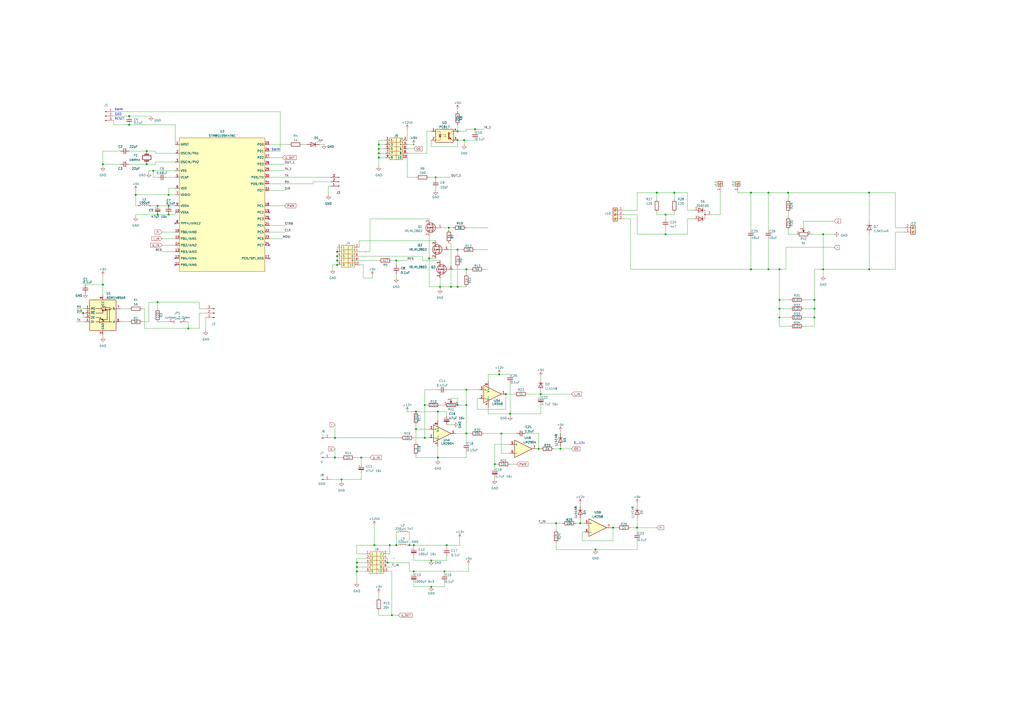
<source format=kicad_sch>
(kicad_sch (version 20230121) (generator eeschema)
  (paper "A2")
  (junction (at 386.08 135.89))
  (junction (at 194.31 254))
  (junction (at 250.19 325.12))
  (junction (at 237.49 316.23))
  (junction (at 265.43 144.78))
  (junction (at 472.44 173.99))
  (junction (at 224.79 326.39))
  (junction (at 229.87 151.13))
  (junction (at 293.37 228.6))
  (junction (at 287.02 269.24))
  (junction (at 194.31 265.43))
  (junction (at 97.79 124.46))
  (junction (at 254 265.43))
  (junction (at 97.79 113.03))
  (junction (at 240.03 331.47))
  (junction (at 207.01 331.47))
  (junction (at 241.3 238.76))
  (junction (at 345.44 318.77))
  (junction (at 391.16 111.76))
  (junction (at 445.77 111.76))
  (junction (at 91.44 124.46))
  (junction (at 313.69 228.6))
  (junction (at 381 111.76))
  (junction (at 452.12 184.15))
  (junction (at 252.73 102.87))
  (junction (at 195.58 148.59))
  (junction (at 250.19 340.36))
  (junction (at 259.08 316.23))
  (junction (at 219.71 86.36))
  (junction (at 91.44 175.26))
  (junction (at 457.2 111.76))
  (junction (at 477.52 156.21))
  (junction (at 435.61 111.76))
  (junction (at 265.43 234.95))
  (junction (at 254 238.76))
  (junction (at 88.9 99.06))
  (junction (at 195.58 146.05))
  (junction (at 472.44 184.15))
  (junction (at 217.17 316.23))
  (junction (at 246.38 234.95))
  (junction (at 257.81 331.47))
  (junction (at 452.12 156.21))
  (junction (at 195.58 153.67))
  (junction (at 336.55 303.53))
  (junction (at 386.08 124.46))
  (junction (at 295.91 240.03))
  (junction (at 289.56 217.17))
  (junction (at 207.01 326.39))
  (junction (at 270.51 234.95))
  (junction (at 227.33 356.87))
  (junction (at 48.26 181.61))
  (junction (at 74.93 67.31))
  (junction (at 472.44 179.07))
  (junction (at 85.09 87.63))
  (junction (at 290.83 251.46))
  (junction (at 219.71 83.82))
  (junction (at 452.12 173.99))
  (junction (at 226.06 316.23))
  (junction (at 270.51 156.21))
  (junction (at 265.43 166.37))
  (junction (at 255.27 166.37))
  (junction (at 325.12 260.35))
  (junction (at 207.01 328.93))
  (junction (at 435.61 156.21))
  (junction (at 59.69 95.25))
  (junction (at 312.42 260.35))
  (junction (at 269.24 81.28))
  (junction (at 229.87 316.23))
  (junction (at 78.74 113.03))
  (junction (at 219.71 88.9))
  (junction (at 209.55 265.43))
  (junction (at 265.43 81.28))
  (junction (at 241.3 248.92))
  (junction (at 260.35 132.08))
  (junction (at 504.19 156.21))
  (junction (at 265.43 76.2))
  (junction (at 246.38 254))
  (junction (at 355.6 306.07))
  (junction (at 248.92 149.86))
  (junction (at 74.93 72.39))
  (junction (at 109.22 190.5))
  (junction (at 85.09 95.25))
  (junction (at 97.79 119.38))
  (junction (at 445.77 156.21))
  (junction (at 219.71 91.44))
  (junction (at 322.58 303.53))
  (junction (at 275.59 74.93))
  (junction (at 198.12 278.13))
  (junction (at 240.03 316.23))
  (junction (at 452.12 179.07))
  (junction (at 261.62 166.37))
  (junction (at 270.51 226.06))
  (junction (at 504.19 111.76))
  (junction (at 91.44 119.38))
  (junction (at 270.51 251.46))
  (junction (at 59.69 165.1))
  (junction (at 477.52 135.89))
  (junction (at 369.57 306.07))
  (junction (at 195.58 151.13))
  (no_connect (at 156.21 149.86))
  (no_connect (at 156.21 127))
  (no_connect (at 101.6 129.54))
  (no_connect (at 156.21 142.24))
  (no_connect (at 156.21 123.19))
  (no_connect (at 101.6 153.67))
  (no_connect (at 101.6 149.86))
  (wire (pts (xy 245.11 148.59) (xy 245.11 151.13)))
  (wire (pts (xy 219.71 354.33) (xy 219.71 356.87)))
  (wire (pts (xy 198.12 278.13) (xy 198.12 279.4)))
  (wire (pts (xy 88.9 102.87) (xy 88.9 99.06)))
  (wire (pts (xy 336.55 300.99) (xy 336.55 303.53)))
  (wire (pts (xy 219.71 83.82) (xy 223.52 83.82)))
  (wire (pts (xy 262.89 156.21) (xy 270.51 156.21)))
  (wire (pts (xy 435.61 156.21) (xy 445.77 156.21)))
  (wire (pts (xy 195.58 151.13) (xy 195.58 153.67)))
  (wire (pts (xy 226.06 316.23) (xy 229.87 316.23)))
  (wire (pts (xy 82.55 186.69) (xy 86.36 186.69)))
  (wire (pts (xy 241.3 248.92) (xy 248.92 248.92)))
  (wire (pts (xy 237.49 316.23) (xy 240.03 316.23)))
  (wire (pts (xy 257.81 331.47) (xy 271.78 331.47)))
  (wire (pts (xy 223.52 81.28) (xy 219.71 81.28)))
  (wire (pts (xy 109.22 190.5) (xy 115.57 190.5)))
  (wire (pts (xy 240.03 337.82) (xy 240.03 340.36)))
  (wire (pts (xy 69.85 87.63) (xy 59.69 87.63)))
  (wire (pts (xy 91.44 186.69) (xy 97.79 186.69)))
  (wire (pts (xy 369.57 135.89) (xy 386.08 135.89)))
  (wire (pts (xy 270.51 261.62) (xy 270.51 265.43)))
  (wire (pts (xy 240.03 322.58) (xy 240.03 325.12)))
  (wire (pts (xy 295.91 241.3) (xy 295.91 240.03)))
  (wire (pts (xy 219.71 83.82) (xy 219.71 86.36)))
  (wire (pts (xy 90.17 88.9) (xy 90.17 87.63)))
  (wire (pts (xy 283.21 240.03) (xy 283.21 236.22)))
  (wire (pts (xy 339.09 308.61) (xy 337.82 308.61)))
  (wire (pts (xy 207.01 321.31) (xy 207.01 316.23)))
  (wire (pts (xy 255.27 166.37) (xy 255.27 167.64)))
  (wire (pts (xy 101.6 124.46) (xy 97.79 124.46)))
  (wire (pts (xy 209.55 265.43) (xy 214.63 265.43)))
  (wire (pts (xy 248.92 102.87) (xy 252.73 102.87)))
  (wire (pts (xy 97.79 119.38) (xy 101.6 119.38)))
  (wire (pts (xy 212.09 321.31) (xy 207.01 321.31)))
  (wire (pts (xy 280.67 156.21) (xy 283.21 156.21)))
  (wire (pts (xy 477.52 156.21) (xy 477.52 160.02)))
  (wire (pts (xy 83.82 190.5) (xy 109.22 190.5)))
  (wire (pts (xy 265.43 85.09) (xy 265.43 81.28)))
  (wire (pts (xy 93.98 138.43) (xy 101.6 138.43)))
  (wire (pts (xy 240.03 325.12) (xy 250.19 325.12)))
  (wire (pts (xy 435.61 111.76) (xy 445.77 111.76)))
  (wire (pts (xy 93.98 142.24) (xy 101.6 142.24)))
  (wire (pts (xy 86.36 99.06) (xy 86.36 100.33)))
  (wire (pts (xy 270.51 265.43) (xy 254 265.43)))
  (wire (pts (xy 86.36 186.69) (xy 86.36 175.26)))
  (wire (pts (xy 255.27 161.29) (xy 255.27 166.37)))
  (wire (pts (xy 101.6 72.39) (xy 74.93 72.39)))
  (wire (pts (xy 207.01 316.23) (xy 217.17 316.23)))
  (wire (pts (xy 322.58 318.77) (xy 345.44 318.77)))
  (wire (pts (xy 219.71 88.9) (xy 219.71 91.44)))
  (wire (pts (xy 325.12 260.35) (xy 331.47 260.35)))
  (wire (pts (xy 457.2 111.76) (xy 504.19 111.76)))
  (wire (pts (xy 91.44 175.26) (xy 115.57 175.26)))
  (wire (pts (xy 219.71 81.28) (xy 219.71 83.82)))
  (wire (pts (xy 69.85 179.07) (xy 74.93 179.07)))
  (wire (pts (xy 198.12 278.13) (xy 209.55 278.13)))
  (wire (pts (xy 246.38 254) (xy 246.38 234.95)))
  (wire (pts (xy 477.52 135.89) (xy 483.87 135.89)))
  (wire (pts (xy 59.69 87.63) (xy 59.69 95.25)))
  (wire (pts (xy 280.67 251.46) (xy 290.83 251.46)))
  (wire (pts (xy 381 124.46) (xy 386.08 124.46)))
  (wire (pts (xy 48.26 181.61) (xy 49.53 181.61)))
  (wire (pts (xy 398.78 121.92) (xy 402.59 121.92)))
  (wire (pts (xy 452.12 189.23) (xy 458.47 189.23)))
  (wire (pts (xy 236.22 102.87) (xy 241.3 102.87)))
  (wire (pts (xy 156.21 102.87) (xy 191.77 102.87)))
  (wire (pts (xy 254 238.76) (xy 259.08 238.76)))
  (wire (pts (xy 194.31 260.35) (xy 194.31 265.43)))
  (wire (pts (xy 369.57 111.76) (xy 369.57 121.92)))
  (wire (pts (xy 250.19 85.09) (xy 265.43 85.09)))
  (wire (pts (xy 519.43 134.62) (xy 524.51 134.62)))
  (wire (pts (xy 445.77 111.76) (xy 457.2 111.76)))
  (wire (pts (xy 259.08 322.58) (xy 259.08 325.12)))
  (wire (pts (xy 322.58 307.34) (xy 322.58 303.53)))
  (wire (pts (xy 445.77 111.76) (xy 445.77 133.35)))
  (wire (pts (xy 91.44 119.38) (xy 97.79 119.38)))
  (wire (pts (xy 270.51 76.2) (xy 270.51 74.93)))
  (wire (pts (xy 293.37 237.49) (xy 276.86 237.49)))
  (wire (pts (xy 386.08 124.46) (xy 391.16 124.46)))
  (wire (pts (xy 163.83 138.43) (xy 156.21 138.43)))
  (wire (pts (xy 304.8 251.46) (xy 312.42 251.46)))
  (wire (pts (xy 191.77 254) (xy 194.31 254)))
  (wire (pts (xy 369.57 111.76) (xy 381 111.76)))
  (wire (pts (xy 82.55 179.07) (xy 83.82 179.07)))
  (wire (pts (xy 472.44 156.21) (xy 477.52 156.21)))
  (wire (pts (xy 78.74 124.46) (xy 78.74 125.73)))
  (wire (pts (xy 219.71 91.44) (xy 219.71 96.52)))
  (wire (pts (xy 269.24 81.28) (xy 269.24 83.82)))
  (wire (pts (xy 91.44 175.26) (xy 91.44 179.07)))
  (wire (pts (xy 452.12 156.21) (xy 452.12 173.99)))
  (wire (pts (xy 283.21 220.98) (xy 283.21 217.17)))
  (wire (pts (xy 265.43 154.94) (xy 265.43 166.37)))
  (wire (pts (xy 369.57 124.46) (xy 361.95 124.46)))
  (wire (pts (xy 214.63 127) (xy 248.92 127)))
  (wire (pts (xy 259.08 325.12) (xy 250.19 325.12)))
  (wire (pts (xy 78.74 124.46) (xy 91.44 124.46)))
  (wire (pts (xy 325.12 260.35) (xy 321.31 260.35)))
  (wire (pts (xy 266.7 312.42) (xy 266.7 316.23)))
  (wire (pts (xy 290.83 251.46) (xy 290.83 262.89)))
  (wire (pts (xy 101.6 88.9) (xy 90.17 88.9)))
  (wire (pts (xy 445.77 156.21) (xy 445.77 138.43)))
  (wire (pts (xy 66.04 67.31) (xy 74.93 67.31)))
  (wire (pts (xy 66.04 64.77) (xy 162.56 64.77)))
  (wire (pts (xy 240.03 332.74) (xy 240.03 331.47)))
  (wire (pts (xy 452.12 184.15) (xy 452.12 189.23)))
  (wire (pts (xy 381 123.19) (xy 381 124.46)))
  (wire (pts (xy 229.87 151.13) (xy 229.87 153.67)))
  (wire (pts (xy 265.43 144.78) (xy 265.43 147.32)))
  (wire (pts (xy 208.28 143.51) (xy 208.28 139.7)))
  (wire (pts (xy 265.43 76.2) (xy 270.51 76.2)))
  (wire (pts (xy 248.92 149.86) (xy 252.73 149.86)))
  (wire (pts (xy 195.58 153.67) (xy 193.04 153.67)))
  (wire (pts (xy 313.69 228.6) (xy 331.47 228.6)))
  (wire (pts (xy 312.42 260.35) (xy 311.15 260.35)))
  (wire (pts (xy 91.44 124.46) (xy 97.79 124.46)))
  (wire (pts (xy 295.91 269.24) (xy 299.72 269.24)))
  (wire (pts (xy 293.37 228.6) (xy 293.37 237.49)))
  (wire (pts (xy 236.22 88.9) (xy 247.65 88.9)))
  (wire (pts (xy 254 265.43) (xy 254 259.08)))
  (wire (pts (xy 227.33 356.87) (xy 227.33 331.47)))
  (wire (pts (xy 226.06 316.23) (xy 226.06 321.31)))
  (wire (pts (xy 210.82 153.67) (xy 210.82 161.29)))
  (wire (pts (xy 295.91 240.03) (xy 313.69 240.03)))
  (wire (pts (xy 369.57 292.1) (xy 369.57 293.37)))
  (wire (pts (xy 236.22 238.76) (xy 241.3 238.76)))
  (wire (pts (xy 295.91 240.03) (xy 295.91 222.25)))
  (wire (pts (xy 93.98 146.05) (xy 101.6 146.05)))
  (wire (pts (xy 219.71 344.17) (xy 219.71 346.71)))
  (wire (pts (xy 214.63 146.05) (xy 214.63 127)))
  (wire (pts (xy 504.19 135.89) (xy 504.19 156.21)))
  (wire (pts (xy 288.29 269.24) (xy 287.02 269.24)))
  (wire (pts (xy 193.04 153.67) (xy 193.04 156.21)))
  (wire (pts (xy 293.37 228.6) (xy 298.45 228.6)))
  (wire (pts (xy 48.26 184.15) (xy 48.26 181.61)))
  (wire (pts (xy 252.73 109.22) (xy 252.73 110.49)))
  (wire (pts (xy 466.09 128.27) (xy 483.87 128.27)))
  (wire (pts (xy 90.17 87.63) (xy 85.09 87.63)))
  (wire (pts (xy 472.44 189.23) (xy 472.44 184.15)))
  (wire (pts (xy 504.19 156.21) (xy 519.43 156.21)))
  (wire (pts (xy 207.01 328.93) (xy 207.01 331.47)))
  (wire (pts (xy 289.56 217.17) (xy 295.91 217.17)))
  (wire (pts (xy 466.09 173.99) (xy 472.44 173.99)))
  (wire (pts (xy 165.1 99.06) (xy 156.21 99.06)))
  (wire (pts (xy 313.69 218.44) (xy 313.69 219.71)))
  (wire (pts (xy 49.53 184.15) (xy 48.26 184.15)))
  (wire (pts (xy 246.38 234.95) (xy 247.65 234.95)))
  (wire (pts (xy 457.2 133.35) (xy 457.2 135.89)))
  (wire (pts (xy 248.92 166.37) (xy 255.27 166.37)))
  (wire (pts (xy 97.79 109.22) (xy 97.79 113.03)))
  (wire (pts (xy 427.99 111.76) (xy 435.61 111.76)))
  (wire (pts (xy 260.35 144.78) (xy 265.43 144.78)))
  (wire (pts (xy 336.55 303.53) (xy 339.09 303.53)))
  (wire (pts (xy 369.57 121.92) (xy 361.95 121.92)))
  (wire (pts (xy 191.77 265.43) (xy 194.31 265.43)))
  (wire (pts (xy 472.44 179.07) (xy 472.44 173.99)))
  (wire (pts (xy 241.3 265.43) (xy 254 265.43)))
  (wire (pts (xy 275.59 76.2) (xy 275.59 74.93)))
  (wire (pts (xy 287.02 269.24) (xy 287.02 271.78)))
  (wire (pts (xy 240.03 331.47) (xy 257.81 331.47)))
  (wire (pts (xy 355.6 313.69) (xy 355.6 306.07)))
  (wire (pts (xy 208.28 146.05) (xy 214.63 146.05)))
  (wire (pts (xy 217.17 316.23) (xy 226.06 316.23)))
  (wire (pts (xy 208.28 148.59) (xy 245.11 148.59)))
  (wire (pts (xy 194.31 254) (xy 232.41 254)))
  (wire (pts (xy 412.75 124.46) (xy 417.83 124.46)))
  (wire (pts (xy 365.76 156.21) (xy 435.61 156.21)))
  (wire (pts (xy 66.04 72.39) (xy 66.04 69.85)))
  (wire (pts (xy 250.19 81.28) (xy 250.19 85.09)))
  (wire (pts (xy 391.16 111.76) (xy 398.78 111.76)))
  (wire (pts (xy 287.02 276.86) (xy 287.02 278.13)))
  (wire (pts (xy 270.51 256.54) (xy 270.51 251.46)))
  (wire (pts (xy 466.09 179.07) (xy 472.44 179.07)))
  (wire (pts (xy 381 111.76) (xy 381 115.57)))
  (wire (pts (xy 452.12 156.21) (xy 455.93 156.21)))
  (wire (pts (xy 195.58 148.59) (xy 195.58 151.13)))
  (wire (pts (xy 257.81 340.36) (xy 250.19 340.36)))
  (wire (pts (xy 457.2 123.19) (xy 457.2 125.73)))
  (wire (pts (xy 295.91 257.81) (xy 287.02 257.81)))
  (wire (pts (xy 255.27 166.37) (xy 261.62 166.37)))
  (wire (pts (xy 241.3 238.76) (xy 254 238.76)))
  (wire (pts (xy 455.93 143.51) (xy 483.87 143.51)))
  (wire (pts (xy 452.12 184.15) (xy 458.47 184.15)))
  (wire (pts (xy 207.01 331.47) (xy 207.01 337.82)))
  (wire (pts (xy 101.6 109.22) (xy 97.79 109.22)))
  (wire (pts (xy 261.62 140.97) (xy 261.62 166.37)))
  (wire (pts (xy 369.57 318.77) (xy 345.44 318.77)))
  (wire (pts (xy 78.74 119.38) (xy 80.01 119.38)))
  (wire (pts (xy 270.51 226.06) (xy 278.13 226.06)))
  (wire (pts (xy 49.53 165.1) (xy 59.69 165.1)))
  (wire (pts (xy 264.16 251.46) (xy 270.51 251.46)))
  (wire (pts (xy 270.51 74.93) (xy 275.59 74.93)))
  (wire (pts (xy 97.79 113.03) (xy 78.74 113.03)))
  (wire (pts (xy 207.01 326.39) (xy 212.09 326.39)))
  (wire (pts (xy 417.83 124.46) (xy 417.83 111.76)))
  (wire (pts (xy 452.12 179.07) (xy 458.47 179.07)))
  (wire (pts (xy 78.74 113.03) (xy 78.74 119.38)))
  (wire (pts (xy 355.6 306.07) (xy 354.33 306.07)))
  (wire (pts (xy 270.51 132.08) (xy 283.21 132.08)))
  (wire (pts (xy 246.38 226.06) (xy 254 226.06)))
  (wire (pts (xy 313.69 228.6) (xy 313.69 229.87)))
  (wire (pts (xy 227.33 356.87) (xy 231.14 356.87)))
  (wire (pts (xy 207.01 331.47) (xy 212.09 331.47)))
  (wire (pts (xy 260.35 140.97) (xy 261.62 140.97)))
  (wire (pts (xy 156.21 106.68) (xy 181.61 106.68)))
  (wire (pts (xy 236.22 86.36) (xy 240.03 86.36)))
  (wire (pts (xy 212.09 323.85) (xy 207.01 323.85)))
  (wire (pts (xy 209.55 265.43) (xy 209.55 269.24)))
  (wire (pts (xy 455.93 156.21) (xy 455.93 143.51)))
  (wire (pts (xy 208.28 139.7) (xy 252.73 139.7)))
  (wire (pts (xy 466.09 189.23) (xy 472.44 189.23)))
  (wire (pts (xy 246.38 234.95) (xy 246.38 226.06)))
  (wire (pts (xy 219.71 86.36) (xy 219.71 88.9)))
  (wire (pts (xy 257.81 332.74) (xy 257.81 331.47)))
  (wire (pts (xy 256.54 132.08) (xy 260.35 132.08)))
  (wire (pts (xy 276.86 237.49) (xy 276.86 231.14)))
  (wire (pts (xy 74.93 67.31) (xy 87.63 67.31)))
  (wire (pts (xy 270.51 251.46) (xy 270.51 234.95)))
  (wire (pts (xy 93.98 134.62) (xy 101.6 134.62)))
  (wire (pts (xy 241.3 248.92) (xy 241.3 256.54)))
  (wire (pts (xy 265.43 72.39) (xy 265.43 76.2)))
  (wire (pts (xy 44.45 186.69) (xy 49.53 186.69)))
  (wire (pts (xy 87.63 119.38) (xy 91.44 119.38)))
  (wire (pts (xy 259.08 226.06) (xy 270.51 226.06)))
  (wire (pts (xy 115.57 175.26) (xy 115.57 179.07)))
  (wire (pts (xy 219.71 91.44) (xy 223.52 91.44)))
  (wire (pts (xy 109.22 186.69) (xy 109.22 190.5)))
  (wire (pts (xy 255.27 234.95) (xy 257.81 234.95)))
  (wire (pts (xy 241.3 246.38) (xy 241.3 248.92)))
  (wire (pts (xy 236.22 91.44) (xy 236.22 102.87)))
  (wire (pts (xy 457.2 135.89) (xy 462.28 135.89)))
  (wire (pts (xy 101.6 113.03) (xy 97.79 113.03)))
  (wire (pts (xy 229.87 158.75) (xy 229.87 161.29)))
  (wire (pts (xy 260.35 132.08) (xy 260.35 133.35)))
  (wire (pts (xy 259.08 246.38) (xy 262.89 246.38)))
  (wire (pts (xy 156.21 83.82) (xy 167.64 83.82)))
  (wire (pts (xy 283.21 217.17) (xy 289.56 217.17)))
  (wire (pts (xy 270.51 156.21) (xy 273.05 156.21)))
  (wire (pts (xy 248.92 149.86) (xy 248.92 166.37)))
  (wire (pts (xy 254 238.76) (xy 254 243.84)))
  (wire (pts (xy 241.3 264.16) (xy 241.3 265.43)))
  (wire (pts (xy 435.61 156.21) (xy 435.61 138.43)))
  (wire (pts (xy 191.77 278.13) (xy 198.12 278.13)))
  (wire (pts (xy 237.49 331.47) (xy 240.03 331.47)))
  (wire (pts (xy 519.43 132.08) (xy 524.51 132.08)))
  (wire (pts (xy 237.49 308.61) (xy 237.49 316.23)))
  (wire (pts (xy 209.55 278.13) (xy 209.55 274.32)))
  (wire (pts (xy 185.42 83.82) (xy 187.96 83.82)))
  (wire (pts (xy 271.78 327.66) (xy 271.78 331.47)))
  (wire (pts (xy 101.6 93.98) (xy 90.17 93.98)))
  (wire (pts (xy 275.59 74.93) (xy 280.67 74.93)))
  (wire (pts (xy 229.87 308.61) (xy 229.87 316.23)))
  (wire (pts (xy 90.17 95.25) (xy 85.09 95.25)))
  (wire (pts (xy 86.36 175.26) (xy 91.44 175.26)))
  (wire (pts (xy 469.9 135.89) (xy 477.52 135.89)))
  (wire (pts (xy 381 111.76) (xy 391.16 111.76)))
  (wire (pts (xy 175.26 83.82) (xy 177.8 83.82)))
  (wire (pts (xy 306.07 228.6) (xy 313.69 228.6)))
  (wire (pts (xy 466.09 132.08) (xy 466.09 128.27)))
  (wire (pts (xy 265.43 231.14) (xy 265.43 234.95)))
  (wire (pts (xy 270.51 226.06) (xy 270.51 234.95)))
  (wire (pts (xy 265.43 144.78) (xy 267.97 144.78)))
  (wire (pts (xy 369.57 300.99) (xy 369.57 306.07)))
  (wire (pts (xy 59.69 165.1) (xy 59.69 171.45)))
  (wire (pts (xy 519.43 156.21) (xy 519.43 134.62)))
  (wire (pts (xy 248.92 137.16) (xy 248.92 149.86)))
  (wire (pts (xy 165.1 95.25) (xy 156.21 95.25)))
  (wire (pts (xy 365.76 306.07) (xy 369.57 306.07)))
  (wire (pts (xy 224.79 323.85) (xy 224.79 326.39)))
  (wire (pts (xy 59.69 95.25) (xy 59.69 96.52)))
  (wire (pts (xy 74.93 87.63) (xy 85.09 87.63)))
  (wire (pts (xy 181.61 106.68) (xy 181.61 105.41)))
  (wire (pts (xy 260.35 132.08) (xy 262.89 132.08)))
  (wire (pts (xy 259.08 316.23) (xy 266.7 316.23)))
  (wire (pts (xy 312.42 251.46) (xy 312.42 260.35)))
  (wire (pts (xy 452.12 179.07) (xy 452.12 184.15)))
  (wire (pts (xy 227.33 331.47) (xy 224.79 331.47)))
  (wire (pts (xy 91.44 102.87) (xy 88.9 102.87)))
  (wire (pts (xy 44.45 179.07) (xy 49.53 179.07)))
  (wire (pts (xy 259.08 316.23) (xy 259.08 317.5)))
  (wire (pts (xy 195.58 146.05) (xy 195.58 148.59)))
  (wire (pts (xy 355.6 306.07) (xy 358.14 306.07)))
  (wire (pts (xy 457.2 111.76) (xy 457.2 115.57)))
  (wire (pts (xy 337.82 313.69) (xy 355.6 313.69)))
  (wire (pts (xy 386.08 124.46) (xy 386.08 127)))
  (wire (pts (xy 101.6 83.82) (xy 101.6 72.39)))
  (wire (pts (xy 83.82 179.07) (xy 83.82 190.5)))
  (wire (pts (xy 283.21 240.03) (xy 295.91 240.03)))
  (wire (pts (xy 313.69 227.33) (xy 313.69 228.6)))
  (wire (pts (xy 119.38 184.15) (xy 119.38 191.77)))
  (wire (pts (xy 115.57 190.5) (xy 115.57 181.61)))
  (wire (pts (xy 322.58 314.96) (xy 322.58 318.77)))
  (wire (pts (xy 391.16 111.76) (xy 391.16 115.57)))
  (wire (pts (xy 369.57 306.07) (xy 381 306.07)))
  (wire (pts (xy 165.1 130.81) (xy 156.21 130.81)))
  (wire (pts (xy 207.01 328.93) (xy 212.09 328.93)))
  (wire (pts (xy 325.12 250.19) (xy 325.12 251.46)))
  (wire (pts (xy 269.24 81.28) (xy 275.59 81.28)))
  (wire (pts (xy 247.65 76.2) (xy 250.19 76.2)))
  (wire (pts (xy 237.49 326.39) (xy 237.49 331.47)))
  (wire (pts (xy 312.42 303.53) (xy 322.58 303.53)))
  (wire (pts (xy 96.52 102.87) (xy 101.6 102.87)))
  (wire (pts (xy 59.69 160.02) (xy 59.69 165.1)))
  (wire (pts (xy 248.92 254) (xy 246.38 254)))
  (wire (pts (xy 337.82 308.61) (xy 337.82 313.69)))
  (wire (pts (xy 115.57 181.61) (xy 119.38 181.61)))
  (wire (pts (xy 322.58 303.53) (xy 326.39 303.53)))
  (wire (pts (xy 369.57 135.89) (xy 369.57 124.46)))
  (wire (pts (xy 224.79 326.39) (xy 237.49 326.39)))
  (wire (pts (xy 391.16 124.46) (xy 391.16 123.19)))
  (wire (pts (xy 270.51 156.21) (xy 270.51 158.75)))
  (wire (pts (xy 445.77 156.21) (xy 452.12 156.21)))
  (wire (pts (xy 88.9 99.06) (xy 86.36 99.06)))
  (wire (pts (xy 236.22 74.93) (xy 236.22 81.28)))
  (wire (pts (xy 226.06 321.31) (xy 224.79 321.31)))
  (wire (pts (xy 210.82 161.29) (xy 215.9 161.29)))
  (wire (pts (xy 325.12 259.08) (xy 325.12 260.35)))
  (wire (pts (xy 101.6 123.19) (xy 101.6 124.46)))
  (wire (pts (xy 69.85 186.69) (xy 74.93 186.69)))
  (wire (pts (xy 107.95 186.69) (xy 109.22 186.69)))
  (wire (pts (xy 215.9 161.29) (xy 215.9 160.02)))
  (wire (pts (xy 290.83 262.89) (xy 295.91 262.89)))
  (wire (pts (xy 115.57 179.07) (xy 119.38 179.07)))
  (wire (pts (xy 313.69 240.03) (xy 313.69 234.95)))
  (wire (pts (xy 369.57 313.69) (xy 369.57 318.77)))
  (wire (pts (xy 334.01 303.53) (xy 336.55 303.53)))
  (wire (pts (xy 312.42 260.35) (xy 313.69 260.35)))
  (wire (pts (xy 219.71 88.9) (xy 223.52 88.9)))
  (wire (pts (xy 252.73 102.87) (xy 261.62 102.87)))
  (wire (pts (xy 101.6 99.06) (xy 88.9 99.06)))
  (wire (pts (xy 190.5 107.95) (xy 191.77 107.95)))
  (wire (pts (xy 181.61 105.41) (xy 191.77 105.41)))
  (wire (pts (xy 208.28 153.67) (xy 210.82 153.67)))
  (wire (pts (xy 195.58 143.51) (xy 195.58 146.05)))
  (wire (pts (xy 156.21 110.49) (xy 165.1 110.49)))
  (wire (pts (xy 227.33 328.93) (xy 224.79 328.93)))
  (wire (pts (xy 240.03 316.23) (xy 259.08 316.23)))
  (wire (pts (xy 265.43 63.5) (xy 265.43 64.77)))
  (wire (pts (xy 163.83 91.44) (xy 156.21 91.44)))
  (wire (pts (xy 270.51 234.95) (xy 265.43 234.95)))
  (wire (pts (xy 519.43 111.76) (xy 519.43 132.08)))
  (wire (pts (xy 369.57 306.07) (xy 369.57 308.61)))
  (wire (pts (xy 236.22 83.82) (xy 240.03 83.82)))
  (wire (pts (xy 398.78 135.89) (xy 398.78 127)))
  (wire (pts (xy 74.93 72.39) (xy 66.04 72.39)))
  (wire (pts (xy 194.31 265.43) (xy 198.12 265.43)))
  (wire (pts (xy 165.1 119.38) (xy 156.21 119.38)))
  (wire (pts (xy 466.09 184.15) (xy 472.44 184.15)))
  (wire (pts (xy 247.65 88.9) (xy 247.65 76.2)))
  (wire (pts (xy 265.43 166.37) (xy 261.62 166.37)))
  (wire (pts (xy 207.01 326.39) (xy 207.01 328.93)))
  (wire (pts (xy 227.33 151.13) (xy 229.87 151.13)))
  (wire (pts (xy 261.62 231.14) (xy 265.43 231.14)))
  (wire (pts (xy 207.01 323.85) (xy 207.01 326.39)))
  (wire (pts (xy 386.08 135.89) (xy 386.08 132.08)))
  (wire (pts (xy 240.03 316.23) (xy 240.03 317.5)))
  (wire (pts (xy 365.76 127) (xy 361.95 127)))
  (wire (pts (xy 229.87 151.13) (xy 236.22 151.13)))
  (wire (pts (xy 240.03 254) (xy 246.38 254)))
  (wire (pts (xy 219.71 86.36) (xy 223.52 86.36)))
  (wire (pts (xy 290.83 251.46) (xy 299.72 251.46)))
  (wire (pts (xy 78.74 113.03) (xy 78.74 110.49)))
  (wire (pts (xy 259.08 238.76) (xy 259.08 241.3)))
  (wire (pts (xy 240.03 340.36) (xy 250.19 340.36)))
  (wire (pts (xy 217.17 304.8) (xy 217.17 316.23)))
  (wire (pts (xy 398.78 111.76) (xy 398.78 121.92)))
  (wire (pts (xy 472.44 184.15) (xy 472.44 179.07)))
  (wire (pts (xy 477.52 156.21) (xy 504.19 156.21)))
  (wire (pts (xy 165.1 134.62) (xy 156.21 134.62)))
  (wire (pts (xy 270.51 251.46) (xy 273.05 251.46)))
  (wire (pts (xy 265.43 81.28) (xy 269.24 81.28)))
  (wire (pts (xy 257.81 337.82) (xy 257.81 340.36)))
  (wire (pts (xy 504.19 111.76) (xy 504.19 128.27)))
  (wire (pts (xy 504.19 111.76) (xy 519.43 111.76)))
  (wire (pts (xy 190.5 113.03) (xy 190.5 107.95)))
  (wire (pts (xy 435.61 111.76) (xy 435.61 133.35)))
  (wire (pts (xy 208.28 151.13) (xy 219.71 151.13)))
  (wire (pts (xy 252.73 102.87) (xy 252.73 104.14)))
  (wire (pts (xy 398.78 127) (xy 402.59 127)))
  (wire (pts (xy 59.69 194.31) (xy 59.69 195.58)))
  (wire (pts (xy 276.86 231.14) (xy 278.13 231.14)))
  (wire (pts (xy 245.11 151.13) (xy 255.27 151.13)))
  (wire (pts (xy 386.08 135.89) (xy 398.78 135.89)))
  (wire (pts (xy 336.55 292.1) (xy 336.55 293.37)))
  (wire (pts (xy 287.02 257.81) (xy 287.02 269.24)))
  (wire (pts (xy 452.12 173.99) (xy 458.47 173.99)))
  (wire (pts (xy 205.74 265.43) (xy 209.55 265.43)))
  (wire (pts (xy 194.31 246.38) (xy 194.31 254)))
  (wire (pts (xy 254 265.43) (xy 254 266.7)))
  (wire (pts (xy 365.76 156.21) (xy 365.76 127)))
  (wire (pts (xy 59.69 95.25) (xy 69.85 95.25)))
  (wire (pts (xy 452.12 173.99) (xy 452.12 179.07)))
  (wire (pts (xy 162.56 87.63) (xy 156.21 87.63)))
  (wire (pts (xy 265.43 166.37) (xy 270.51 166.37)))
  (wire (pts (xy 74.93 95.25) (xy 85.09 95.25)))
  (wire (pts (xy 472.44 173.99) (xy 472.44 156.21)))
  (wire (pts (xy 90.17 93.98) (xy 90.17 95.25)))
  (wire (pts (xy 477.52 135.89) (xy 477.52 156.21)))
  (wire (pts (xy 275.59 144.78) (xy 283.21 144.78)))
  (wire (pts (xy 219.71 356.87) (xy 227.33 356.87)))
  (wire (pts (xy 44.45 181.61) (xy 48.26 181.61)))
  (wire (pts (xy 162.56 64.77) (xy 162.56 87.63)))
  (text "RESET" (at 66.4691 69.7632 0) (effects (font (size 1.27 1.27)) (justify left bottom)))
  (text "SWIM" (at 66.426 64.3617 0) (effects (font (size 1.27 1.27)) (justify left bottom)))
  (text "0...12v" (at 332.74 257.81 0) (effects (font (size 1.27 1.27)) (justify left bottom)))
  (text "GND" (at 66.5121 67.1378 0) (effects (font (size 1.27 1.27)) (justify left bottom)))
  (text "SWIM" (at 157.48 87.63 0) (effects (font (size 1.27 1.27)) (justify left bottom)))
  (label "RES" (at 236.22 151.13 0))
  (label "IN_1" (at 165.1 99.06 0))
  (label "OUT_1" (at 165.1 95.25 0))
  (label "RES" (at 93.98 146.05 180))
  (label "STRB" (at 165.1 130.81 0))
  (label "DIR" (at 165.1 110.49 0))
  (label "CLK" (at 165.1 134.62 0))
  (label "F_IN" (at 227.33 328.93 0))
  (label "IN_1" (at 280.67 74.93 0))
  (label "DIR" (at 44.45 181.61 0))
  (label "RX" (at 44.45 179.07 0))
  (label "TX" (at 44.45 186.69 0))
  (label "RX" (at 165.1 106.68 0))
  (label "OUT_1" (at 261.62 102.87 0))
  (label "TX" (at 165.1 102.87 0))
  (label "F_IN" (at 312.42 303.53 0))
  (label "MOSI" (at 163.83 138.43 0))
  (global_label "I_IN" (shape input) (at 331.47 228.6 0) (property "Intersheetrefs" "${INTERSHEET_REFS}" (effects hide)))
  (global_label "OS" (shape input) (at 331.47 260.35 0) (property "Intersheetrefs" "${INTERSHEET_REFS}" (effects hide)))
  (global_label "U_SET" (shape input) (at 231.14 356.87 0) (property "Intersheetrefs" "${INTERSHEET_REFS}" (effects hide)))
  (global_label "U_IN" (shape input) (at 214.63 265.43 0) (property "Intersheetrefs" "${INTERSHEET_REFS}" (effects hide)))
  (global_label "FI" (shape input) (at 381 306.07 0) (property "Intersheetrefs" "${INTERSHEET_REFS}" (effects hide)))
  (global_label "PWM" (shape input) (at 299.72 269.24 0) (property "Intersheetrefs" "${INTERSHEET_REFS}" (effects hide)))
  (global_label "FI" (shape input) (at 93.98 134.62 180) (property "Intersheetrefs" "${INTERSHEET_REFS}" (effects hide)))
  (global_label "U" (shape input) (at 483.87 128.27 0) (property "Intersheetrefs" "${INTERSHEET_REFS}" (effects hide)))
  (global_label "PWM" (shape input) (at 165.1 119.38 0) (property "Intersheetrefs" "${INTERSHEET_REFS}" (effects hide)))
  (global_label "U_IN" (shape input) (at 93.98 142.24 180) (property "Intersheetrefs" "${INTERSHEET_REFS}" (effects hide)))
  (global_label "U" (shape input) (at 194.31 260.35 180) (property "Intersheetrefs" "${INTERSHEET_REFS}" (effects hide)))
  (global_label "I_IN" (shape input) (at 93.98 138.43 180) (property "Intersheetrefs" "${INTERSHEET_REFS}" (effects hide)))
  (global_label "I" (shape input) (at 483.87 143.51 0) (property "Intersheetrefs" "${INTERSHEET_REFS}" (effects hide)))
  (global_label "OS" (shape input) (at 240.03 86.36 0) (property "Intersheetrefs" "${INTERSHEET_REFS}" (effects hide)))
  (global_label "U_SET" (shape input) (at 163.83 91.44 0) (property "Intersheetrefs" "${INTERSHEET_REFS}" (effects hide)))
  (global_label "I" (shape input) (at 194.31 246.38 180) (property "Intersheetrefs" "${INTERSHEET_REFS}" (effects hide)))
  (symbol (lib_id "Jumper:Jumper_2_Open") (at 102.87 186.69 0) (unit 1)
    (property "Reference" "JP1" (at 102.87 181.61 0))
    (property "Value" "Jumper_2_Open" (at 102.87 184.15 0))
    (property "Footprint" "Connector_PinHeader_2.54mm:PinHeader_1x02_P2.54mm_Vertical" (effects hide))
    (property "MFR.Part" "PZ254V-11-02P" (effects hide))
    (property "Description" "3A Straight 2.54mm -65℃~+125℃ 2.54mm 双排 Black Phosphor bronze 2.54mm Plugin,P=2.54mm Pin Headers ROHS" (effects hide))
    (property "LCSC" "C492401" (effects hide))
    (property "Mounting" "Yes" (effects hide))
  )
  (symbol (lib_id "Device:C_Polarized_Small") (at 287.02 274.32 0) (unit 1)
    (property "Reference" "C19" (at 287.274 272.542 0) (effects (justify left)))
    (property "Value" "4,7uF 16v" (at 287.274 276.352 0) (effects (justify left)))
    (property "Footprint" "Capacitor_THT:CP_Radial_D8.0mm_P5.00mm" (effects hide))
    (property "MFR.Part" "50PX4R7MEFC5X11" (effects hide))
    (property "Description" "4.7uF 50V ±20% Plugin,D5xL11mm Aluminum Electrolytic Capacitors - Leaded ROHS" (effects hide))
    (property "LCSC" "C122950" (effects hide))
    (property "Mounting" "Yes" (effects hide))
  )
  (symbol (lib_id "power:+12V") (at 266.7 312.42 0) (unit 1)
    (property "Reference" "#PWR031" (effects hide))
    (property "Value" "+12V" (at 266.7 308.61 0))
  )
  (symbol (lib_id "Connector:Conn_01x01_Pin") (at 186.69 278.13 0) (unit 1)
    (property "Reference" "J8" (at 186.69 275.59 0))
    (property "Value" "GND" (at 186.69 280.67 0))
    (property "Footprint" "Connector_Pin:Pin_D1.0mm_L10.0mm" (effects hide))
    (property "Mounting" "No" (effects hide))
  )
  (symbol (lib_id "Device:C_Polarized_Small") (at 240.03 335.28 0) (unit 1)
    (property "Reference" "C13" (at 240.284 333.502 0) (effects (justify left)))
    (property "Value" "1000uF 6v3" (at 240.284 337.312 0) (effects (justify left)))
    (property "Footprint" "Capacitor_THT:CP_Radial_D8.0mm_P5.00mm" (effects hide))
    (property "MFR.Part" "6.3YXJ1000M8X11.5" (effects hide))
    (property "Description" "1000uF 6.3V ±20% Plugin,D8xL11.5mm Aluminum Electrolytic Capacitors - Leaded ROHS" (effects hide))
    (property "LCSC" "C694350" (effects hide))
    (property "Mounting" "Yes" (effects hide))
  )
  (symbol (lib_id "Z_connectors:BH-10") (at 201.93 146.05 0) (unit 1)
    (property "Reference" "J4" (at 201.93 140.97 0))
    (property "Value" "~" (at 212.09 146.05 0))
    (property "Footprint" "Connector_IDC:IDC-Header_2x05_P2.54mm_Vertical" (effects hide))
    (property "MFR.Part" "C5665" (effects hide))
    (property "Description" "2.54mm Straight 2x5P 5 Push - Pull 2.54mm 2 Plugin,P=2.54mm IDC Connectors ROHS" (effects hide))
    (property "LCSC" "C5665" (effects hide))
    (property "Mounting" "Yes" (effects hide))
  )
  (symbol (lib_id "Device:D") (at 313.69 223.52 270) (unit 1)
    (property "Reference" "D2" (at 316.23 222.885 90) (effects (justify left)))
    (property "Value" "LL4148" (at 316.23 225.425 90) (effects (justify left)))
    (property "Footprint" "Diode_SMD:D_MiniMELF" (effects hide))
    (property "MFR.Part" "LL4148" (effects hide))
    (property "Description" "75V 500mW 1V@10mA 4ns 150mA LL-34 Switching Diode ROHS" (effects hide))
    (property "LCSC" "C2891733" (effects hide))
    (property "Mounting" "Yes" (effects hide))
  )
  (symbol (lib_id "Isolator:PC817") (at 257.81 78.74 0) (unit 1)
    (property "Reference" "U3" (at 257.81 71.12 0))
    (property "Value" "PC817" (at 257.81 73.66 0))
    (property "Footprint" "Package_DIP:DIP-4_W7.62mm" (effects hide))
    (property "Datasheet" "http://www.soselectronic.cz/a_info/resource/d/pc817.pdf" (effects hide))
    (property "MFR.Part" "PC817X2YSZW" (effects hide))
    (property "Description" "80V 5000V 50mA 0.1V@1mA,20mA 1 6V 1.2V DC DIP-4 Optocouplers - Phototransistor Output ROHS" (effects hide))
    (property "LCSC" "C2833074" (effects hide))
    (property "Mounting" "Yes" (effects hide))
  )
  (symbol (lib_id "power:GND") (at 59.69 195.58 0) (unit 1)
    (property "Reference" "#PWR04" (effects hide))
    (property "Value" "GND" (at 59.69 200.66 0))
  )
  (symbol (lib_id "power:GND") (at 59.69 96.52 0) (unit 1)
    (property "Reference" "#PWR02" (effects hide))
    (property "Value" "GND" (at 59.69 101.6 0))
  )
  (symbol (lib_id "Device:R") (at 302.26 228.6 90) (unit 1)
    (property "Reference" "R22" (at 302.26 226.06 90))
    (property "Value" "1k" (at 302.26 228.6 90))
    (property "Footprint" "Resistor_SMD:R_1206_3216Metric" (effects hide))
    (property "MFR.Part" "1206W4F1001T5E" (effects hide))
    (property "Description" "250mW Thick Film Resistors ±100ppm/℃ ±5% 1kΩ 1206 Chip Resistor - Surface Mount ROHS" (effects hide))
    (property "LCSC" "C4410" (effects hide))
    (property "Mounting" "Yes" (effects hide))
  )
  (symbol (lib_id "power:GND") (at 255.27 167.64 0) (unit 1)
    (property "Reference" "#PWR019" (effects hide))
    (property "Value" "GND" (at 255.27 172.72 0))
  )
  (symbol (lib_id "Device:R") (at 78.74 186.69 90) (unit 1)
    (property "Reference" "R2" (at 78.74 184.658 90))
    (property "Value" "56" (at 78.74 186.69 90))
    (property "Footprint" "Resistor_SMD:R_1206_3216Metric" (effects hide))
    (property "MFR.Part" "RC1206JR-0756RL" (effects hide))
    (property "Description" "250mW Thick Film Resistors ±100ppm/℃ ±5% 56Ω 1206 Chip Resistor - Surface Mount ROHS" (effects hide))
    (property "LCSC" "C134080" (effects hide))
    (property "Mounting" "Yes" (effects hide))
  )
  (symbol (lib_id "Device:C_Small") (at 252.73 106.68 0) (unit 1)
    (property "Reference" "C9" (at 255.27 106.0513 0) (effects (justify left)))
    (property "Value" "10pF" (at 255.27 108.5913 0) (effects (justify left)))
    (property "Footprint" "Capacitor_SMD:C_1206_3216Metric" (effects hide))
    (property "MFR.Part" "CC1206JRNPOBBN100" (effects hide))
    (property "Description" "500V 10pF NP0 ±5% 1206 Multilayer Ceramic Capacitors MLCC - SMD/SMT ROHS" (effects hide))
    (property "LCSC" "C469628" (effects hide))
    (property "Mounting" "Yes" (effects hide))
  )
  (symbol (lib_id "power:GND") (at 483.87 135.89 90) (unit 1)
    (property "Reference" "#PWR042" (effects hide))
    (property "Value" "GND" (at 487.68 136.525 90) (effects (justify right)))
  )
  (symbol (lib_id "power:GND") (at 252.73 110.49 0) (unit 1)
    (property "Reference" "#PWR018" (effects hide))
    (property "Value" "GND" (at 252.73 114.3 0))
  )
  (symbol (lib_id "power:+5V") (at 219.71 344.17 0) (unit 1)
    (property "Reference" "#PWR025" (effects hide))
    (property "Value" "+5V" (at 219.71 340.36 0))
  )
  (symbol (lib_id "power:GND") (at 198.12 279.4 0) (unit 1)
    (property "Reference" "#PWR022" (effects hide))
    (property "Value" "GND" (at 198.12 284.48 0))
  )
  (symbol (lib_id "power:GND") (at 187.96 83.82 0) (unit 1)
    (property "Reference" "#PWR010" (effects hide))
    (property "Value" "GND" (at 191.77 85.09 0))
  )
  (symbol (lib_id "Device:R") (at 330.2 303.53 90) (unit 1)
    (property "Reference" "R25" (at 330.2 301.498 90))
    (property "Value" "10k" (at 330.2 303.53 90))
    (property "Footprint" "Resistor_SMD:R_1206_3216Metric" (effects hide))
    (property "MFR.Part" "RC1206JR-0710KL" (effects hide))
    (property "Description" "250mW Thick Film Resistors ±100ppm/℃ ±5% 10kΩ 1206 Chip Resistor - Surface Mount ROHS" (effects hide))
    (property "LCSC" "C136460" (effects hide))
    (property "Mounting" "Yes" (effects hide))
  )
  (symbol (lib_id "Device:R") (at 241.3 260.35 0) (unit 1)
    (property "Reference" "R18" (at 243.332 260.35 90))
    (property "Value" "0" (at 241.3 260.35 90))
    (property "Footprint" "Resistor_SMD:R_1206_3216Metric" (effects hide))
    (property "MFR.Part" "1206W4F0000T5E" (effects hide))
    (property "Description" "250mW Thick Film Resistors ±800ppm/℃ ±1% 0Ω 1206 Chip Resistor - Surface Mount ROHS" (effects hide))
    (property "LCSC" "C17888" (effects hide))
    (property "Mounting" "Yes" (effects hide))
  )
  (symbol (lib_id "Device:C_Small") (at 295.91 219.71 0) (unit 1)
    (property "Reference" "C20" (at 296.164 217.932 0) (effects (justify left)))
    (property "Value" "0,1uF" (at 296.164 221.742 0) (effects (justify left)))
    (property "Footprint" "Capacitor_SMD:C_1206_3216Metric" (effects hide))
    (property "MFR.Part" "CC1206KRX7R9BB104" (effects hide))
    (property "Description" "50V 100nF X7R ±10% 1206 Multilayer Ceramic Capacitors MLCC - SMD/SMT ROHS" (effects hide))
    (property "LCSC" "C82601" (effects hide))
    (property "Mounting" "Yes" (effects hide))
  )
  (symbol (lib_id "Device:R") (at 271.78 144.78 90) (unit 1)
    (property "Reference" "R12" (at 271.78 142.748 90))
    (property "Value" "56" (at 271.78 144.78 90))
    (property "Footprint" "Resistor_SMD:R_1206_3216Metric" (effects hide))
    (property "MFR.Part" "RC1206JR-0756RL" (effects hide))
    (property "Description" "250mW Thick Film Resistors ±100ppm/℃ ±5% 56Ω 1206 Chip Resistor - Surface Mount ROHS" (effects hide))
    (property "LCSC" "C134080" (effects hide))
    (property "Mounting" "Yes" (effects hide))
  )
  (symbol (lib_id "power:+12V") (at 236.22 238.76 0) (unit 1)
    (property "Reference" "#PWR026" (effects hide))
    (property "Value" "+12V" (at 236.22 234.95 0))
  )
  (symbol (lib_id "power:GND") (at 254 266.7 0) (unit 1)
    (property "Reference" "#PWR029" (effects hide))
    (property "Value" "GND" (at 254 271.78 0))
  )
  (symbol (lib_id "power:GND") (at 295.91 241.3 0) (unit 1)
    (property "Reference" "#PWR035" (effects hide))
    (property "Value" "GND" (at 292.1 242.57 0))
  )
  (symbol (lib_id "Transistor_FET:2N7002K") (at 255.27 144.78 0) (mirror y) (unit 1)
    (property "Reference" "Q2" (at 245.11 142.24 0) (effects (justify left)))
    (property "Value" "IRLML2803" (at 247.65 144.78 0) (effects (justify left)))
    (property "Footprint" "Package_TO_SOT_SMD:SOT-23" (effects hide))
    (property "Datasheet" "https://www.diodes.com/assets/Datasheets/ds30896.pdf" (effects hide))
    (property "MFR.Part" "IRLML2803TRPBF" (effects hide))
    (property "Description" "30V 1.2A 540mW 250mΩ@10V,910mA N Channel SOT-23 MOSFETs ROHS" (effects hide))
    (property "LCSC" "C2590" (effects hide))
    (property "Mounting" "Yes" (effects hide))
  )
  (symbol (lib_id "Device:C_Polarized_Small") (at 240.03 320.04 0) (unit 1)
    (property "Reference" "C12" (at 242.57 318.8589 0) (effects (justify left)))
    (property "Value" "100uF 16v" (at 242.57 321.3989 0) (effects (justify left)))
    (property "Footprint" "Capacitor_THT:CP_Radial_D8.0mm_P5.00mm" (effects hide))
    (property "MFR.Part" "16YXJ100M5X11" (effects hide))
    (property "Description" "100uF 16V 400mΩ@100kHz ±20% 250mA@100kHz Plugin,D5xL11mm Aluminum Electrolytic Capacitors - Leaded ROHS" (effects hide))
    (property "LCSC" "C108735" (effects hide))
    (property "Mounting" "Yes" (effects hide))
  )
  (symbol (lib_id "Interface_UART:ST485EBDR") (at 59.69 181.61 0) (unit 1)
    (property "Reference" "U1" (at 61.6459 170.18 0) (effects (justify left)))
    (property "Value" "ADM1485AR" (at 61.6459 172.72 0) (effects (justify left)))
    (property "Footprint" "Package_SO:SOIC-8_3.9x4.9mm_P1.27mm" (effects hide))
    (property "Datasheet" "http://www.st.com/resource/en/datasheet/st485eb.pdf" (effects hide))
    (property "MFR.Part" "ADM1485ARZ-REEL" (effects hide))
    (property "Description" "transceiver 30Mbps 1/1 SOP-8 RS-485/RS-422 ICs ROHS" (effects hide))
    (property "LCSC" "C494990" (effects hide))
    (property "Mounting" "Yes" (effects hide))
  )
  (symbol (lib_id "Device:R") (at 292.1 269.24 90) (unit 1)
    (property "Reference" "R21" (at 292.1 267.208 90))
    (property "Value" "10k" (at 292.1 269.24 90))
    (property "Footprint" "Resistor_SMD:R_1206_3216Metric" (effects hide))
    (property "MFR.Part" "RC1206JR-0710KL" (effects hide))
    (property "Description" "250mW Thick Film Resistors ±100ppm/℃ ±5% 10kΩ 1206 Chip Resistor - Surface Mount ROHS" (effects hide))
    (property "LCSC" "C136460" (effects hide))
    (property "Mounting" "Yes" (effects hide))
  )
  (symbol (lib_id "Device:C_Small") (at 259.08 320.04 0) (unit 1)
    (property "Reference" "C17" (at 261.62 319.4113 0) (effects (justify left)))
    (property "Value" "0,1uF" (at 261.62 321.9513 0) (effects (justify left)))
    (property "Footprint" "Capacitor_SMD:C_1206_3216Metric" (effects hide))
    (property "MFR.Part" "CC1206KRX7R9BB104" (effects hide))
    (property "Description" "50V 100nF X7R ±10% 1206 Multilayer Ceramic Capacitors MLCC - SMD/SMT ROHS" (effects hide))
    (property "LCSC" "C82601" (effects hide))
    (property "Mounting" "Yes" (effects hide))
  )
  (symbol (lib_id "Device:R") (at 462.28 184.15 90) (unit 1)
    (property "Reference" "R33" (at 462.28 182.118 90))
    (property "Value" "0,01" (at 462.28 184.15 90))
    (property "Footprint" "Resistor_SMD:R_2816_7142Metric" (effects hide))
    (property "MFR.Part" "WSL2816R0100FEH" (effects hide))
    (property "Description" "2W ±75ppm/℃ ±1% 10mΩ 2816 Chip Resistor - Surface Mount ROHS" (effects hide))
    (property "LCSC" "C843884" (effects hide))
    (property "Mounting" "Yes" (effects hide))
  )
  (symbol (lib_id "Device:R") (at 457.2 129.54 0) (unit 1)
    (property "Reference" "R30" (at 459.232 129.54 90))
    (property "Value" "22k" (at 457.2 129.54 90))
    (property "Footprint" "Resistor_SMD:R_1206_3216Metric" (effects hide))
    (property "MFR.Part" "AC1206JR-0722KL" (effects hide))
    (property "Description" "250mW Thick Film Resistors ±100ppm/℃ ±5% 22kΩ 1206 Chip Resistor - Surface Mount ROHS" (effects hide))
    (property "LCSC" "C229910" (effects hide))
    (property "Mounting" "Yes" (effects hide))
  )
  (symbol (lib_id "Z_connectors:BH-10") (at 218.44 323.85 0) (unit 1)
    (property "Reference" "J9" (at 218.44 318.77 0))
    (property "Value" "~" (at 228.6 323.85 0))
    (property "Footprint" "Connector_IDC:IDC-Header_2x05_P2.54mm_Vertical" (effects hide))
    (property "MFR.Part" "C5665" (effects hide))
    (property "Description" "2.54mm Straight 2x5P 5 Push - Pull 2.54mm 2 Plugin,P=2.54mm IDC Connectors ROHS" (effects hide))
    (property "LCSC" "C5665" (effects hide))
    (property "Mounting" "Yes" (effects hide))
  )
  (symbol (lib_id "Device:R_Potentiometer") (at 466.09 135.89 90) (unit 1)
    (property "Reference" "RV2" (at 466.09 138.43 90))
    (property "Value" "5k" (at 466.09 140.97 90))
    (property "Footprint" "Potentiometer_THT:Potentiometer_Bourns_3296W_Vertical" (effects hide))
    (property "MFR.Part" "3296W-1-502" (effects hide))
    (property "Description" "±10% 5kΩ Plugin Variable Resistors/Potentiometers ROHS" (effects hide))
    (property "LCSC" "C118907" (effects hide))
    (property "Mounting" "Yes" (effects hide))
  )
  (symbol (lib_id "Device:D") (at 369.57 297.18 270) (unit 1)
    (property "Reference" "D5" (at 372.11 297.18 0))
    (property "Value" "LL4148" (at 367.03 297.18 0))
    (property "Footprint" "Diode_SMD:D_MiniMELF" (effects hide))
    (property "MFR.Part" "LL4148" (effects hide))
    (property "Description" "75V 500mW 1V@10mA 4ns 150mA LL-34 Switching Diode ROHS" (effects hide))
    (property "LCSC" "C2891733" (effects hide))
    (property "Mounting" "Yes" (effects hide))
  )
  (symbol (lib_id "Device:C_Small") (at 369.57 311.15 0) (unit 1)
    (property "Reference" "C23" (at 369.824 309.372 0) (effects (justify left)))
    (property "Value" "0,1uF" (at 369.824 313.182 0) (effects (justify left)))
    (property "Footprint" "Capacitor_SMD:C_1206_3216Metric" (effects hide))
    (property "MFR.Part" "CC1206KRX7R9BB104" (effects hide))
    (property "Description" "50V 100nF X7R ±10% 1206 Multilayer Ceramic Capacitors MLCC - SMD/SMT ROHS" (effects hide))
    (property "LCSC" "C82601" (effects hide))
    (property "Mounting" "Yes" (effects hide))
  )
  (symbol (lib_id "Connector:Screw_Terminal_01x03") (at 356.87 124.46 0) (mirror y) (unit 1)
    (property "Reference" "J10" (at 354.33 123.825 0) (effects (justify left)))
    (property "Value" "Screw_Terminal_01x03" (effects hide))
    (property "Footprint" "Z_connectors:Klema3" (effects hide))
    (property "Mounting" "No" (effects hide))
  )
  (symbol (lib_id "power:GND") (at 87.63 67.31 0) (unit 1)
    (property "Reference" "#PWR08" (effects hide))
    (property "Value" "GND" (at 91.44 69.85 0))
  )
  (symbol (lib_id "Device:R") (at 223.52 151.13 90) (unit 1)
    (property "Reference" "R5" (at 223.52 153.67 90))
    (property "Value" "4k7" (at 223.52 151.13 90))
    (property "Footprint" "Resistor_SMD:R_1206_3216Metric" (effects hide))
    (property "MFR.Part" "RC1206JR-074K7L" (effects hide))
    (property "Description" "250mW Thick Film Resistors ±100ppm/℃ ±5% 4.7kΩ 1206 Chip Resistor - Surface Mount ROHS" (effects hide))
    (property "LCSC" "C136458" (effects hide))
    (property "Mounting" "Yes" (effects hide))
  )
  (symbol (lib_id "power:+5V") (at 271.78 327.66 0) (unit 1)
    (property "Reference" "#PWR032" (effects hide))
    (property "Value" "+5V" (at 271.78 324.104 0))
  )
  (symbol (lib_id "power:GND") (at 229.87 161.29 0) (unit 1)
    (property "Reference" "#PWR015" (effects hide))
    (property "Value" "GND" (at 229.87 166.37 0))
  )
  (symbol (lib_id "Device:R") (at 266.7 132.08 90) (unit 1)
    (property "Reference" "R10" (at 266.7 129.54 90))
    (property "Value" "56" (at 266.7 132.08 90))
    (property "Footprint" "Resistor_SMD:R_1206_3216Metric" (effects hide))
    (property "MFR.Part" "RC1206JR-0756RL" (effects hide))
    (property "Description" "250mW Thick Film Resistors ±100ppm/℃ ±5% 56Ω 1206 Chip Resistor - Surface Mount ROHS" (effects hide))
    (property "LCSC" "C134080" (effects hide))
    (property "Mounting" "Yes" (effects hide))
  )
  (symbol (lib_id "Device:R") (at 171.45 83.82 90) (unit 1)
    (property "Reference" "R4" (at 171.45 78.74 90))
    (property "Value" "1k" (at 171.45 81.28 90))
    (property "Footprint" "Resistor_SMD:R_1206_3216Metric" (effects hide))
    (property "MFR.Part" "1206W4F1001T5E" (effects hide))
    (property "Description" "250mW Thick Film Resistors ±100ppm/℃ ±5% 1kΩ 1206 Chip Resistor - Surface Mount ROHS" (effects hide))
    (property "LCSC" "C4410" (effects hide))
    (property "Mounting" "Yes" (effects hide))
  )
  (symbol (lib_id "Device:R") (at 462.28 173.99 90) (unit 1)
    (property "Reference" "R31" (at 462.28 171.45 90))
    (property "Value" "0,01" (at 462.28 173.99 90))
    (property "Footprint" "Resistor_SMD:R_2816_7142Metric" (effects hide))
    (property "MFR.Part" "WSL2816R0100FEH" (effects hide))
    (property "Description" "2W ±75ppm/℃ ±1% 10mΩ 2816 Chip Resistor - Surface Mount ROHS" (effects hide))
    (property "LCSC" "C843884" (effects hide))
    (property "Mounting" "Yes" (effects hide))
  )
  (symbol (lib_id "Transistor_FET:2N7002K") (at 251.46 132.08 0) (mirror y) (unit 1)
    (property "Reference" "Q1" (at 245.11 131.445 0) (effects (justify left)))
    (property "Value" "IRLML2803" (at 245.11 133.985 0) (effects (justify left)))
    (property "Footprint" "Package_TO_SOT_SMD:SOT-23" (effects hide))
    (property "Datasheet" "https://www.diodes.com/assets/Datasheets/ds30896.pdf" (effects hide))
    (property "MFR.Part" "IRLML2803TRPBF" (effects hide))
    (property "Description" "30V 1.2A 540mW 250mΩ@10V,910mA N Channel SOT-23 MOSFETs ROHS" (effects hide))
    (property "LCSC" "C2590" (effects hide))
    (property "Mounting" "Yes" (effects hide))
  )
  (symbol (lib_id "power:+5V") (at 240.03 83.82 0) (unit 1)
    (property "Reference" "#PWR017" (effects hide))
    (property "Value" "+5V" (at 240.03 80.01 0))
  )
  (symbol (lib_id "Device:D") (at 336.55 297.18 270) (unit 1)
    (property "Reference" "D4" (at 339.09 297.18 0))
    (property "Value" "LL4148" (at 334.01 297.18 0))
    (property "Footprint" "Diode_SMD:D_MiniMELF" (effects hide))
    (property "MFR.Part" "LL4148" (effects hide))
    (property "Description" "75V 500mW 1V@10mA 4ns 150mA LL-34 Switching Diode ROHS" (effects hide))
    (property "LCSC" "C2891733" (effects hide))
    (property "Mounting" "Yes" (effects hide))
  )
  (symbol (lib_id "power:+5V") (at 369.57 292.1 0) (unit 1)
    (property "Reference" "#PWR040" (effects hide))
    (property "Value" "+5V" (at 369.57 288.29 0))
  )
  (symbol (lib_id "Connector:Conn_01x03_Pin") (at 60.96 67.31 0) (unit 1)
    (property "Reference" "J1" (at 61.595 60.96 0))
    (property "Value" "Conn_01x03_Pin" (effects hide))
    (property "Footprint" "Connector:FanPinHeader_1x03_P2.54mm_Vertical" (effects hide))
    (property "MFR.Part" "HB-PH3-25413PB2GOP" (effects hide))
    (property "Description" "Gold 250V 3A Straight Square Pins 2.54mm 3P 260℃ 6mm -40℃~+105℃ 3mm 2.54mm Brass Black Plugin 2.54mm 1x3P Plugin,P=2.54mm Pin Headers ROHS" (effects hide))
    (property "LCSC" "C49257" (effects hide))
    (property "Mounting" "Yes" (effects hide))
  )
  (symbol (lib_id "power:GND") (at 207.01 337.82 0) (unit 1)
    (property "Reference" "#PWR023" (effects hide))
    (property "Value" "GND" (at 207.01 342.9 0))
  )
  (symbol (lib_id "power:GND") (at 287.02 278.13 0) (unit 1)
    (property "Reference" "#PWR033" (effects hide))
    (property "Value" "GND" (at 287.02 283.21 0))
  )
  (symbol (lib_id "Device:C_Small") (at 435.61 135.89 0) (unit 1)
    (property "Reference" "C25" (at 435.864 134.112 0) (effects (justify left)))
    (property "Value" "10uF" (at 435.864 137.922 0) (effects (justify left)))
    (property "Footprint" "Capacitor_THT:C_Rect_L31.5mm_W15.0mm_P27.50mm_MKS4" (effects hide))
    (property "MFR.Part" "KP106J2E2701" (effects hide))
    (property "Description" "10uF ±5% 250V Plugin,P=27.5mm Polypropylene Film Capacitors (CBB) ROHS" (effects hide))
    (property "LCSC" "C5116053" (effects hide))
    (property "Mounting" "Yes" (effects hide))
  )
  (symbol (lib_id "Device:R") (at 457.2 119.38 0) (unit 1)
    (property "Reference" "R29" (at 459.232 119.38 90))
    (property "Value" "22k" (at 457.2 119.38 90))
    (property "Footprint" "Resistor_SMD:R_1206_3216Metric" (effects hide))
    (property "MFR.Part" "AC1206JR-0722KL" (effects hide))
    (property "Description" "250mW Thick Film Resistors ±100ppm/℃ ±5% 22kΩ 1206 Chip Resistor - Surface Mount ROHS" (effects hide))
    (property "LCSC" "C229910" (effects hide))
    (property "Mounting" "Yes" (effects hide))
  )
  (symbol (lib_id "Device:C_Polarized_Small") (at 259.08 243.84 0) (unit 1)
    (property "Reference" "C16" (at 260.35 240.03 0) (effects (justify left)))
    (property "Value" "47uF 16v" (at 260.35 242.57 0) (effects (justify left)))
    (property "Footprint" "Capacitor_THT:CP_Radial_D8.0mm_P5.00mm" (effects hide))
    (property "MFR.Part" "KM470M016C110A" (effects hide))
    (property "Description" "47uF 16V ±20% 73mA@120Hz Plugin,D5xL7mm Aluminum Electrolytic Capacitors - Leaded ROHS" (effects hide))
    (property "LCSC" "C59402" (effects hide))
    (property "Mounting" "Yes" (effects hide))
  )
  (symbol (lib_id "Device:C_Small") (at 72.39 95.25 90) (unit 1)
    (property "Reference" "C3" (at 71.12 97.79 90) (effects (justify left)))
    (property "Value" "22pF" (at 81.28 97.79 90) (effects (justify left)))
    (property "Footprint" "Resistor_SMD:R_1206_3216Metric" (effects hide))
    (property "MFR.Part" "CC1206JKNPODBN220" (effects hide))
    (property "Description" "2kV 22pF NP0 ±5% 1206 Multilayer Ceramic Capacitors MLCC - SMD/SMT ROHS" (effects hide))
    (property "LCSC" "C577126" (effects hide))
    (property "Mounting" "Yes" (effects hide))
  )
  (symbol (lib_id "Device:R") (at 241.3 242.57 0) (unit 1)
    (property "Reference" "R17" (at 243.332 242.57 90))
    (property "Value" "100k" (at 241.3 242.57 90))
    (property "Footprint" "Resistor_SMD:R_1206_3216Metric" (effects hide))
    (property "MFR.Part" "RC1206JR-07100KL" (effects hide))
    (property "Description" "250mW Thick Film Resistors ±100ppm/℃ ±5% 100kΩ 1206 Chip Resistor - Surface Mount ROHS" (effects hide))
    (property "LCSC" "C136470" (effects hide))
    (property "Mounting" "No" (effects hide))
  )
  (symbol (lib_id "Device:C_Small") (at 72.39 87.63 90) (unit 1)
    (property "Reference" "C2" (at 69.85 85.09 90))
    (property "Value" "22pF" (at 77.47 85.09 90))
    (property "Footprint" "Resistor_SMD:R_1206_3216Metric" (effects hide))
    (property "MFR.Part" "CC1206JKNPODBN220" (effects hide))
    (property "Description" "2kV 22pF NP0 ±5% 1206 Multilayer Ceramic Capacitors MLCC - SMD/SMT ROHS" (effects hide))
    (property "LCSC" "C577126" (effects hide))
    (property "Mounting" "Yes" (effects hide))
  )
  (symbol (lib_id "Device:C_Polarized_Small") (at 209.55 271.78 0) (unit 1)
    (property "Reference" "C11" (at 212.09 270.5989 0) (effects (justify left)))
    (property "Value" "47uF 16v" (at 212.09 273.1389 0) (effects (justify left)))
    (property "Footprint" "Capacitor_THT:CP_Radial_D8.0mm_P5.00mm" (effects hide))
    (property "MFR.Part" "KM470M016C110A" (effects hide))
    (property "Description" "47uF 16V ±20% 73mA@120Hz Plugin,D5xL7mm Aluminum Electrolytic Capacitors - Leaded ROHS" (effects hide))
    (property "LCSC" "C59402" (effects hide))
    (property "Mounting" "Yes" (effects hide))
  )
  (symbol (lib_id "Device:C_Polarized_Small") (at 91.44 121.92 0) (unit 1)
    (property "Reference" "C5" (at 86.36 121.92 0) (effects (justify left)))
    (property "Value" "47uF 10v" (at 87.63 125.73 0) (effects (justify left)))
    (property "Footprint" "Capacitor_Tantalum_SMD:CP_EIA-3528-21_Kemet-B" (effects hide))
    (property "MFR.Part" "T491B476K010AT" (effects hide))
    (property "Description" "47uF 10V 1Ω@100kHz ±10% CASE-B-3528 Tantalum Capacitors ROHS" (effects hide))
    (property "LCSC" "C116617" (effects hide))
    (property "Mounting" "Yes" (effects hide))
  )
  (symbol (lib_id "Device:R") (at 270.51 162.56 0) (unit 1)
    (property "Reference" "R11" (at 272.542 162.56 90))
    (property "Value" "1k" (at 270.51 162.56 90))
    (property "Footprint" "Resistor_SMD:R_1206_3216Metric" (effects hide))
    (property "MFR.Part" "1206W4F1001T5E" (effects hide))
    (property "Description" "250mW Thick Film Resistors ±100ppm/℃ ±5% 1kΩ 1206 Chip Resistor - Surface Mount ROHS" (effects hide))
    (property "LCSC" "C4410" (effects hide))
    (property "Mounting" "Yes" (effects hide))
  )
  (symbol (lib_id "Device:R") (at 265.43 151.13 0) (unit 1)
    (property "Reference" "R9" (at 267.462 151.13 90))
    (property "Value" "1k" (at 265.43 151.13 90))
    (property "Footprint" "Resistor_SMD:R_1206_3216Metric" (effects hide))
    (property "MFR.Part" "1206W4F1001T5E" (effects hide))
    (property "Description" "250mW Thick Film Resistors ±100ppm/℃ ±5% 1kΩ 1206 Chip Resistor - Surface Mount ROHS" (effects hide))
    (property "LCSC" "C4410" (effects hide))
    (property "Mounting" "Yes" (effects hide))
  )
  (symbol (lib_id "Device:C_Small") (at 97.79 121.92 0) (unit 1)
    (property "Reference" "C7" (at 96.4826 116.2064 0) (effects (justify left)))
    (property "Value" "0,1uF" (at 96.3374 117.9979 0) (effects (justify left)))
    (property "Footprint" "Capacitor_SMD:C_1206_3216Metric" (effects hide))
    (property "MFR.Part" "CC1206KRX7R9BB104" (effects hide))
    (property "Description" "50V 100nF X7R ±10% 1206 Multilayer Ceramic Capacitors MLCC - SMD/SMT ROHS" (effects hide))
    (property "LCSC" "C82601" (effects hide))
    (property "Mounting" "Yes" (effects hide))
  )
  (symbol (lib_id "Amplifier_Operational:LM358") (at 285.75 228.6 0) (unit 3)
    (property "Reference" "U5" (effects hide))
    (property "Value" "LM358" (effects hide))
    (property "Footprint" "Package_SO:SO-8_3.9x4.9mm_P1.27mm" (effects hide))
    (property "Datasheet" "http://www.ti.com/lit/ds/symlink/lm2904-n.pdf" (effects hide))
    (property "MFR.Part" "LM358D" (effects hide))
    (property "Description" "SOP-8 Operational Amplifier ROHS" (effects hide))
    (property "LCSC" "C2683482" (effects hide))
    (property "Mounting" "Yes" (effects hide))
  )
  (symbol (lib_id "Device:R") (at 317.5 260.35 90) (unit 1)
    (property "Reference" "R23" (at 317.5 258.318 90))
    (property "Value" "1k" (at 317.5 260.35 90))
    (property "Footprint" "Resistor_SMD:R_1206_3216Metric" (effects hide))
    (property "MFR.Part" "1206W4F1001T5E" (effects hide))
    (property "Description" "250mW Thick Film Resistors ±100ppm/℃ ±5% 1kΩ 1206 Chip Resistor - Surface Mount ROHS" (effects hide))
    (property "LCSC" "C4410" (effects hide))
    (property "Mounting" "Yes" (effects hide))
  )
  (symbol (lib_id "power:+5V") (at 59.69 160.02 0) (unit 1)
    (property "Reference" "#PWR03" (effects hide))
    (property "Value" "+5V" (at 59.69 156.21 0))
  )
  (symbol (lib_id "Connector:Screw_Terminal_01x02") (at 529.59 134.62 0) (mirror x) (unit 1)
    (property "Reference" "J13" (at 529.59 129.54 0))
    (property "Value" "Screw_Terminal_01x02" (effects hide))
    (property "Footprint" "Z_connectors:Klema2" (effects hide))
    (property "Mounting" "No" (effects hide))
  )
  (symbol (lib_id "Diode:1.5KExxA") (at 504.19 132.08 270) (unit 1)
    (property "Reference" "D7" (at 506.73 131.445 90) (effects (justify left)))
    (property "Value" "1.5KExxA" (at 506.73 133.985 90) (effects (justify left)))
    (property "Footprint" "Diode_THT:D_DO-201AE_P15.24mm_Horizontal" (effects hide))
    (property "Datasheet" "https://www.vishay.com/docs/88301/15ke.pdf" (effects hide))
    (property "LCSC" "C7464802" (effects hide))
    (property "MFR.Part" "1.5KE220A" (effects hide))
    (property "Description" "4.6A 328V 1.5kW Unidirectional 185V DO-201 Electrostatic and Surge Protection (TVS/ESD) ROHS" (effects hide))
    (property "Mounting" "Yes" (effects hide))
  )
  (symbol (lib_id "Device:C_Small") (at 257.81 335.28 0) (unit 1)
    (property "Reference" "C15" (at 258.064 333.502 0) (effects (justify left)))
    (property "Value" "0,1uF" (at 258.064 337.312 0) (effects (justify left)))
    (property "Footprint" "Capacitor_SMD:C_1206_3216Metric" (effects hide))
    (property "MFR.Part" "CC1206KRX7R9BB104" (effects hide))
    (property "Description" "50V 100nF X7R ±10% 1206 Multilayer Ceramic Capacitors MLCC - SMD/SMT ROHS" (effects hide))
    (property "LCSC" "C82601" (effects hide))
    (property "Mounting" "Yes" (effects hide))
  )
  (symbol (lib_id "Device:D_Dual_CommonCathode_AKA_Parallel") (at 407.67 124.46 0) (unit 1)
    (property "Reference" "D6" (at 407.6065 116.84 0))
    (property "Value" "20B100" (at 407.6065 119.38 0))
    (property "Footprint" "Package_TO_SOT_THT:TO-247-3_Horizontal_TabUp" (effects hide))
    (property "MFR.Part" "MBRF20100CT" (effects hide))
    (property "Description" "Dual Common Cathode 830mV@20A 100V 10A TO-220F-3 Schottky Barrier Diodes (SBD) ROHS" (effects hide))
    (property "LCSC" "C916352" (effects hide))
    (property "Mounting" "No" (effects hide))
  )
  (symbol (lib_id "Device:R") (at 462.28 179.07 90) (unit 1)
    (property "Reference" "R32" (at 462.28 177.038 90))
    (property "Value" "0,01" (at 462.28 179.07 90))
    (property "Footprint" "Resistor_SMD:R_2816_7142Metric" (effects hide))
    (property "MFR.Part" "WSL2816R0100FEH" (effects hide))
    (property "Description" "2W ±75ppm/℃ ±1% 10mΩ 2816 Chip Resistor - Surface Mount ROHS" (effects hide))
    (property "LCSC" "C843884" (effects hide))
    (property "Mounting" "Yes" (effects hide))
  )
  (symbol (lib_id "Device:L") (at 233.68 308.61 90) (unit 1)
    (property "Reference" "L2" (at 233.68 304.8 90))
    (property "Value" "220uH THT" (at 234.392 306.8183 90))
    (property "Footprint" "Inductor_THT:L_Axial_L7.0mm_D3.3mm_P10.16mm_Horizontal_Fastron_MICC" (effects hide))
    (property "Mounting" "No" (effects hide))
  )
  (symbol (lib_id "power:GND") (at 49.53 170.18 0) (unit 1)
    (property "Reference" "#PWR01" (effects hide))
    (property "Value" "GND" (at 45.72 171.45 0))
  )
  (symbol (lib_id "Device:C_Small") (at 229.87 156.21 0) (unit 1)
    (property "Reference" "C8" (at 232.41 155.5813 0) (effects (justify left)))
    (property "Value" "0,1uF" (at 232.41 158.1213 0) (effects (justify left)))
    (property "Footprint" "Capacitor_SMD:C_1206_3216Metric" (effects hide))
    (property "MFR.Part" "CC1206KRX7R9BB104" (effects hide))
    (property "Description" "50V 100nF X7R ±10% 1206 Multilayer Ceramic Capacitors MLCC - SMD/SMT ROHS" (effects hide))
    (property "LCSC" "C82601" (effects hide))
    (property "Mounting" "Yes" (effects hide))
  )
  (symbol (lib_id "Device:C_Small") (at 270.51 259.08 0) (unit 1)
    (property "Reference" "C18" (at 270.764 257.302 0) (effects (justify left)))
    (property "Value" "0,15uF" (at 270.764 261.112 0) (effects (justify left)))
    (property "Footprint" "Capacitor_SMD:C_1206_3216Metric" (effects hide))
    (property "MFR.Part" "CC1206JKX7R9BB154" (effects hide))
    (property "Description" "50V 150nF X7R ±5% 1206 Multilayer Ceramic Capacitors MLCC - SMD/SMT ROHS" (effects hide))
    (property "LCSC" "C2171172" (effects hide))
    (property "Mounting" "Yes" (effects hide))
  )
  (symbol (lib_id "power:GND") (at 119.38 191.77 0) (unit 1)
    (property "Reference" "#PWR09" (effects hide))
    (property "Value" "GND" (at 119.38 196.85 0))
  )
  (symbol (lib_id "Z_mk:STM8S105K4T6") (at 128.27 118.11 0) (unit 1)
    (property "Reference" "U2" (at 128.905 76.2 0))
    (property "Value" "STM8S105K4T6C" (at 128.905 78.74 0))
    (property "Footprint" "Package_QFP:LQFP-32_7x7mm_P0.8mm" (effects hide))
    (property "MFR.Part" "STM8S105K4T6C" (effects hide))
    (property "Description" "25 STM8 16MHz 2.95V~5.5V 2KB FLASH 16KB LQFP-32(7x7) Microcontroller Units (MCUs/MPUs/SOCs) ROHS" (effects hide))
    (property "LCSC" "C8736" (effects hide))
    (property "Mounting" "Yes" (effects hide))
  )
  (symbol (lib_id "power:+12V") (at 336.55 292.1 0) (unit 1)
    (property "Reference" "#PWR038" (effects hide))
    (property "Value" "+12V" (at 336.55 288.29 0))
  )
  (symbol (lib_id "Device:R") (at 322.58 311.15 0) (unit 1)
    (property "Reference" "R24" (at 324.612 311.15 90))
    (property "Value" "1M" (at 322.58 311.15 90))
    (property "Footprint" "Resistor_SMD:R_1206_3216Metric" (effects hide))
    (property "MFR.Part" "RC1206JR-071ML" (effects hide))
    (property "Description" "250mW Thick Film Resistors ±100ppm/℃ ±5% 1MΩ 1206 Chip Resistor - Surface Mount ROHS" (effects hide))
    (property "LCSC" "C148194" (effects hide))
    (property "Mounting" "Yes" (effects hide))
  )
  (symbol (lib_id "Z_led:Led") (at 181.61 83.82 0) (unit 1)
    (property "Reference" "D1" (at 183.5785 80.01 0))
    (property "Value" "~" (at 182.88 83.82 0))
    (property "Footprint" "LED_THT:LED_D3.0mm" (effects hide))
    (property "MFR.Part" "TLHG4400" (effects hide))
    (property "Description" "green Plugin,D=3.2mm Light Emitting Diodes (LED) ROHS" (effects hide))
    (property "LCSC" "C3001646" (effects hide))
    (property "Mounting" "Yes" (effects hide))
  )
  (symbol (lib_id "power:GND") (at 269.24 83.82 0) (unit 1)
    (property "Reference" "#PWR021" (effects hide))
    (property "Value" "GND" (at 269.24 88.9 0))
  )
  (symbol (lib_id "Connector:Conn_01x03_Pin") (at 124.46 181.61 180) (unit 1)
    (property "Reference" "J2" (at 123.825 187.96 0))
    (property "Value" "Conn_01x03_Pin" (effects hide))
    (property "Footprint" "Connector:FanPinHeader_1x03_P2.54mm_Vertical" (effects hide))
    (property "MFR.Part" "2510-3A" (effects hide))
    (property "Description" "1x3P 3P 1 2.54mm 3 Plugin,P=2.54mm Wire To Board / Wire To Wire Connector ROHS" (effects hide))
    (property "LCSC" "C29275" (effects hide))
    (property "Mounting" "Yes" (effects hide))
  )
  (symbol (lib_id "Device:C_Small") (at 256.54 226.06 90) (unit 1)
    (property "Reference" "C14" (at 256.5463 220.98 90))
    (property "Value" "0,47uF" (at 256.5463 223.52 90))
    (property "Footprint" "Capacitor_SMD:C_1206_3216Metric" (effects hide))
    (property "MFR.Part" "CC1206KKX7R9BB474" (effects hide))
    (property "Description" "50V 470nF X7R ±10% 1206 Multilayer Ceramic Capacitors MLCC - SMD/SMT ROHS" (effects hide))
    (property "LCSC" "C277483" (effects hide))
    (property "Mounting" "Yes" (effects hide))
  )
  (symbol (lib_id "power:GND") (at 477.52 160.02 0) (unit 1)
    (property "Reference" "#PWR041" (effects hide))
    (property "Value" "GND" (at 477.52 165.1 0))
  )
  (symbol (lib_id "Device:D") (at 325.12 255.27 270) (unit 1)
    (property "Reference" "D3" (at 327.66 255.27 0))
    (property "Value" "LL4148" (at 322.58 255.27 0))
    (property "Footprint" "Diode_SMD:D_MiniMELF" (effects hide))
    (property "MFR.Part" "LL4148" (effects hide))
    (property "Description" "75V 500mW 1V@10mA 4ns 150mA LL-34 Switching Diode ROHS" (effects hide))
    (property "LCSC" "C2891733" (effects hide))
    (property "Mounting" "Yes" (effects hide))
  )
  (symbol (lib_id "Device:R") (at 219.71 350.52 0) (unit 1)
    (property "Reference" "R15" (at 222.25 349.885 0) (effects (justify left)))
    (property "Value" "20k" (at 222.25 352.425 0) (effects (justify left)))
    (property "Footprint" "Resistor_SMD:R_1206_3216Metric" (effects hide))
    (property "MFR.Part" "RC1206JR-0720KL" (effects hide))
    (property "Description" "250mW Thick Film Resistors ±100ppm/℃ ±5% 20kΩ 1206 Chip Resistor - Surface Mount ROHS" (effects hide))
    (property "LCSC" "C137179" (effects hide))
    (property "Mounting" "Yes" (effects hide))
  )
  (symbol (lib_id "power:+12VA") (at 236.22 74.93 0) (unit 1)
    (property "Reference" "#PWR016" (effects hide))
    (property "Value" "+12VA" (at 236.22 71.12 0))
  )
  (symbol (lib_id "Amplifier_Operational:LM358") (at 285.75 228.6 0) (unit 1)
    (property "Reference" "U5" (at 288.29 232.41 0))
    (property "Value" "LM358" (at 288.6067 234.3328 0))
    (property "Footprint" "Package_SO:SO-8_3.9x4.9mm_P1.27mm" (effects hide))
    (property "Datasheet" "http://www.ti.com/lit/ds/symlink/lm2904-n.pdf" (effects hide))
    (property "MFR.Part" "LM358D" (effects hide))
    (property "Description" "SOP-8 Operational Amplifier ROHS" (effects hide))
    (property "LCSC" "C2683482" (effects hide))
    (property "Mounting" "Yes" (effects hide))
  )
  (symbol (lib_id "Connector:Conn_01x03_Pin") (at 196.85 105.41 180) (unit 1)
    (property "Reference" "J3" (at 196.215 111.76 0))
    (property "Value" "Conn_01x03_Pin" (effects hide))
    (property "Footprint" "Connector:FanPinHeader_1x03_P2.54mm_Vertical" (effects hide))
    (property "MFR.Part" "HB-PH3-25413PB2GOP" (effects hide))
    (property "Description" "Gold 250V 3A Straight Square Pins 2.54mm 3P 260℃ 6mm -40℃~+105℃ 3mm 2.54mm Brass Black Plugin 2.54mm 1x3P Plugin,P=2.54mm Pin Headers ROHS" (effects hide))
    (property "Mounting" "No" (effects hide))
  )
  (symbol (lib_id "Device:R") (at 276.86 251.46 90) (unit 1)
    (property "Reference" "R20" (at 276.86 249.428 90))
    (property "Value" "39k" (at 276.86 251.46 90))
    (property "Footprint" "Resistor_SMD:R_1206_3216Metric" (effects hide))
    (property "MFR.Part" "FRC1206J393 TS" (effects hide))
    (property "Description" "250mW Thick Film Resistors ±100ppm/℃ ±5% 39kΩ 1206 Chip Resistor - Surface Mount ROHS" (effects hide))
    (property "LCSC" "C2907491" (effects hide))
    (property "Mounting" "Yes" (effects hide))
  )
  (symbol (lib_id "Device:C_Polarized_Small") (at 313.69 232.41 0) (unit 1)
    (property "Reference" "C22" (at 313.944 230.632 0) (effects (justify left)))
    (property "Value" "4,7uF 16v" (at 313.944 234.442 0) (effects (justify left)))
    (property "Footprint" "Capacitor_THT:CP_Radial_D8.0mm_P5.00mm" (effects hide))
    (property "MFR.Part" "50PX4R7MEFC5X11" (effects hide))
    (property "Description" "4.7uF 50V ±20% Plugin,D5xL11mm Aluminum Electrolytic Capacitors - Leaded ROHS" (effects hide))
    (property "LCSC" "C122950" (effects hide))
    (property "Mounting" "Yes" (effects hide))
  )
  (symbol (lib_id "Device:R") (at 78.74 179.07 90) (unit 1)
    (property "Reference" "R1" (at 78.74 173.99 90))
    (property "Value" "56" (at 78.74 176.53 90))
    (property "Footprint" "Resistor_SMD:R_1206_3216Metric" (effects hide))
    (property "MFR.Part" "RC1206JR-0756RL" (effects hide))
    (property "Description" "250mW Thick Film Resistors ±100ppm/℃ ±5% 56Ω 1206 Chip Resistor - Surface Mount ROHS" (effects hide))
    (property "LCSC" "C134080" (effects hide))
    (property "Mounting" "Yes" (effects hide))
  )
  (symbol (lib_id "Device:R") (at 91.44 182.88 0) (unit 1)
    (property "Reference" "R3" (at 93.472 182.88 90))
    (property "Value" "120" (at 91.44 182.88 90))
    (property "Footprint" "Resistor_SMD:R_1206_3216Metric" (effects hide))
    (property "MFR.Part" "RC1206JR-07100RL" (effects hide))
    (property "Description" "250mW Thick Film Resistors ±100ppm/℃ ±5% 100Ω 1206 Chip Resistor - Surface Mount ROHS" (effects hide))
    (property "LCSC" "C113307" (effects hide))
    (property "Mounting" "Yes" (effects hide))
  )
  (symbol (lib_id "Amplifier_Operational:LM2904") (at 303.53 260.35 0) (unit 2)
    (property "Reference" "U4" (at 306.07 254 0))
    (property "Value" "LM2904" (at 307.34 256.54 0))
    (property "Footprint" "Package_SO:SO-8_3.9x4.9mm_P1.27mm" (effects hide))
    (property "Datasheet" "http://www.ti.com/lit/ds/symlink/lm358.pdf" (effects hide))
    (property "MFR.Part" "LM2904" (effects hide))
    (property "Description" "1MHz 7V SOIC-8 Operational Amplifier ROHS" (effects hide))
    (property "LCSC" "C2941725" (effects hide))
    (property "Mounting" "Yes" (effects hide))
  )
  (symbol (lib_id "power:+5V") (at 265.43 63.5 0) (unit 1)
    (property "Reference" "#PWR020" (effects hide))
    (property "Value" "+5V" (at 265.43 59.69 0))
  )
  (symbol (lib_id "Device:L") (at 233.68 316.23 90) (unit 1)
    (property "Reference" "L3" (at 233.68 312.42 90))
    (property "Value" "220uH  SMD" (at 236.7439 314.3043 90))
    (property "Footprint" "Inductor_SMD:L_Ferrocore_DLG-0403" (effects hide))
    (property "MFR.Part" "CD43YP0403-221M" (effects hide))
    (property "Description" "360mA 220uH ±20% SMD,4.5x4x3.2mm Power Inductors ROHS" (effects hide))
    (property "LCSC" "C492283" (effects hide))
    (property "Mounting" "Yes" (effects hide))
  )
  (symbol (lib_id "Device:R") (at 361.95 306.07 90) (unit 1)
    (property "Reference" "R26" (at 361.95 304.038 90))
    (property "Value" "1k" (at 361.95 306.07 90))
    (property "Footprint" "Resistor_SMD:R_1206_3216Metric" (effects hide))
    (property "MFR.Part" "1206W4F1001T5E" (effects hide))
    (property "Description" "250mW Thick Film Resistors ±100ppm/℃ ±5% 1kΩ 1206 Chip Resistor - Surface Mount ROHS" (effects hide))
    (property "LCSC" "C4410" (effects hide))
    (property "Mounting" "Yes" (effects hide))
  )
  (symbol (lib_id "Device:R") (at 260.35 137.16 0) (unit 1)
    (property "Reference" "R7" (at 262.382 137.16 90))
    (property "Value" "1k" (at 260.35 137.16 90))
    (property "Footprint" "Resistor_SMD:R_1206_3216Metric" (effects hide))
    (property "MFR.Part" "1206W4F1001T5E" (effects hide))
    (property "Description" "250mW Thick Film Resistors ±100ppm/℃ ±5% 1kΩ 1206 Chip Resistor - Surface Mount ROHS" (effects hide))
    (property "LCSC" "C4410" (effects hide))
    (property "Mounting" "Yes" (effects hide))
  )
  (symbol (lib_id "power:+5V") (at 78.74 110.49 0) (unit 1)
    (property "Reference" "#PWR05" (effects hide))
    (property "Value" "+5V" (at 78.74 106.68 0))
  )
  (symbol (lib_id "Device:R") (at 236.22 254 90) (unit 1)
    (property "Reference" "R16" (at 236.22 251.46 90))
    (property "Value" "10k" (at 236.22 254 90))
    (property "Footprint" "Resistor_SMD:R_1206_3216Metric" (effects hide))
    (property "MFR.Part" "RC1206JR-0710KL" (effects hide))
    (property "Description" "250mW Thick Film Resistors ±100ppm/℃ ±5% 10kΩ 1206 Chip Resistor - Surface Mount ROHS" (effects hide))
    (property "LCSC" "C136460" (effects hide))
    (property "Mounting" "Yes" (effects hide))
  )
  (symbol (lib_id "Connector:Conn_01x01_Pin") (at 186.69 254 0) (unit 1)
    (property "Reference" "J6" (at 187.325 250.19 0))
    (property "Value" "I" (at 187.325 252.73 0))
    (property "Footprint" "Connector_Pin:Pin_D1.0mm_L10.0mm" (effects hide))
    (property "Mounting" "No" (effects hide))
  )
  (symbol (lib_id "Device:C_Small") (at 93.98 102.87 90) (unit 1)
    (property "Reference" "C6" (at 93.9863 97.79 90))
    (property "Value" "0,68uF" (at 93.9863 100.33 90))
    (property "Footprint" "Capacitor_SMD:C_1206_3216Metric" (effects hide))
    (property "MFR.Part" "CC1206KKX7R9BB684" (effects hide))
    (property "Description" "50V 680nF X7R ±10% 1206 Multilayer Ceramic Capacitors MLCC - SMD/SMT ROHS" (effects hide))
    (property "LCSC" "C145012" (effects hide))
    (property "Mounting" "Yes" (effects hide))
  )
  (symbol (lib_id "Connector:Screw_Terminal_01x01") (at 427.99 106.68 90) (unit 1)
    (property "Reference" "J12" (at 425.45 106.68 0))
    (property "Value" "Screw_Terminal_01x01" (effects hide))
    (property "Footprint" "Z_pin:PinD3mm" (effects hide))
    (property "Mounting" "No" (effects hide))
  )
  (symbol (lib_id "Device:C_Small") (at 302.26 251.46 90) (unit 1)
    (property "Reference" "C21" (at 308.61 247.65 90) (effects (justify left)))
    (property "Value" "1,0uF" (at 309.88 250.19 90) (effects (justify left)))
    (property "Footprint" "Capacitor_SMD:C_1206_3216Metric" (effects hide))
    (property "MFR.Part" "CC1206KKX7R9BB105" (effects hide))
    (property "Description" "50V 1uF X7R ±10% 1206 Multilayer Ceramic Capacitors MLCC - SMD/SMT ROHS" (effects hide))
    (property "LCSC" "C107185" (effects hide))
    (property "Mounting" "Yes" (effects hide))
  )
  (symbol (lib_id "Device:R") (at 276.86 156.21 90) (unit 1)
    (property "Reference" "R13" (at 276.86 154.178 90))
    (property "Value" "56" (at 276.86 156.21 90))
    (property "Footprint" "Resistor_SMD:R_1206_3216Metric" (effects hide))
    (property "MFR.Part" "RC1206JR-0756RL" (effects hide))
    (property "Description" "250mW Thick Film Resistors ±100ppm/℃ ±5% 56Ω 1206 Chip Resistor - Surface Mount ROHS" (effects hide))
    (property "LCSC" "C134080" (effects hide))
    (property "Mounting" "Yes" (effects hide))
  )
  (symbol (lib_id "Device:L") (at 83.82 119.38 90) (unit 1)
    (property "Reference" "L1" (at 83.82 115.57 90))
    (property "Value" "100uH" (at 83.8699 117.5594 90))
    (property "Footprint" "Inductor_SMD:L_1206_3216Metric" (effects hide))
    (property "MFR.Part" "CMI321611J101KT" (effects hide))
    (property "Description" "100uH ±10% 1206 Inductors (SMD) ROHS" (effects hide))
    (property "LCSC" "C128802" (effects hide))
    (property "Mounting" "Yes" (effects hide))
  )
  (symbol (lib_id "Transistor_FET:2N7002K") (at 257.81 156.21 0) (mirror y) (unit 1)
    (property "Reference" "Q3" (at 252.73 154.94 0) (effects (justify left)))
    (property "Value" "IRLML2803" (at 247.65 154.94 0) (effects (justify left)))
    (property "Footprint" "Package_TO_SOT_SMD:SOT-23" (effects hide))
    (property "Datasheet" "https://www.diodes.com/assets/Datasheets/ds30896.pdf" (effects hide))
    (property "MFR.Part" "IRLML2803TRPBF" (effects hide))
    (property "Description" "30V 1.2A 540mW 250mΩ@10V,910mA N Channel SOT-23 MOSFETs ROHS" (effects hide))
    (property "LCSC" "C2590" (effects hide))
    (property "Mounting" "Yes" (effects hide))
  )
  (symbol (lib_id "power:GND") (at 345.44 318.77 0) (unit 1)
    (property "Reference" "#PWR039" (effects hide))
    (property "Value" "GND" (at 345.44 323.85 0))
  )
  (symbol (lib_id "power:GND") (at 219.71 96.52 0) (unit 1)
    (property "Reference" "#PWR014" (effects hide))
    (property "Value" "GND" (at 219.71 101.6 0))
  )
  (symbol (lib_id "Device:R") (at 265.43 68.58 0) (unit 1)
    (property "Reference" "R8" (at 267.462 68.58 90))
    (property "Value" "20k" (at 265.43 68.58 90))
    (property "Footprint" "Resistor_SMD:R_1206_3216Metric" (effects hide))
    (property "MFR.Part" "RC1206JR-0720KL" (effects hide))
    (property "Description" "250mW Thick Film Resistors ±100ppm/℃ ±5% 20kΩ 1206 Chip Resistor - Surface Mount ROHS" (effects hide))
    (property "LCSC" "C137179" (effects hide))
    (property "Mounting" "Yes" (effects hide))
  )
  (symbol (lib_id "Device:C_Small") (at 74.93 69.85 0) (unit 1)
    (property "Reference" "C4" (at 77.47 69.2213 0) (effects (justify left)))
    (property "Value" "0,1uF" (at 77.47 71.12 0) (effects (justify left)))
    (property "Footprint" "Capacitor_SMD:C_1206_3216Metric" (effects hide))
    (property "MFR.Part" "CC1206KRX7R9BB104" (effects hide))
    (property "Description" "50V 100nF X7R ±10% 1206 Multilayer Ceramic Capacitors MLCC - SMD/SMT ROHS" (effects hide))
    (property "LCSC" "C82601" (effects hide))
    (property "Mounting" "Yes" (effects hide))
  )
  (symbol (lib_id "power:GND") (at 78.74 125.73 0) (unit 1)
    (property "Reference" "#PWR06" (effects hide))
    (property "Value" "GND" (at 78.74 130.81 0))
  )
  (symbol (lib_id "Device:R") (at 391.16 119.38 0) (unit 1)
    (property "Reference" "R28" (at 394.97 115.57 0))
    (property "Value" "120" (at 394.97 118.11 0))
    (property "Footprint" "Resistor_THT:R_Axial_DIN0516_L15.5mm_D5.0mm_P20.32mm_Horizontal" (effects hide))
    (property "MFR.Part" "RSS3W120RJT76" (effects hide))
    (property "Description" "120Ω 3W ±5% - Through Hole Resistors ROHS" (effects hide))
    (property "LCSC" "C5200479" (effects hide))
    (property "Mounting" "Yes" (effects hide))
  )
  (symbol (lib_id "Device:C_Small") (at 49.53 167.64 0) (unit 1)
    (property "Reference" "C1" (at 48.2226 161.9264 0) (effects (justify left)))
    (property "Value" "0,1uF" (at 48.0774 163.7179 0) (effects (justify left)))
    (property "Footprint" "Capacitor_SMD:C_1206_3216Metric" (effects hide))
    (property "MFR.Part" "CC1206KRX7R9BB104" (effects hide))
    (property "Description" "50V 100nF X7R ±10% 1206 Multilayer Ceramic Capacitors MLCC - SMD/SMT ROHS" (effects hide))
    (property "LCSC" "C82601" (effects hide))
    (property "Mounting" "Yes" (effects hide))
  )
  (symbol (lib_id "Device:C_Small") (at 386.08 129.54 0) (unit 1)
    (property "Reference" "C24" (at 388.62 128.9113 0) (effects (justify left)))
    (property "Value" "4n7" (at 388.62 131.4513 0) (effects (justify left)))
    (property "Footprint" "Capacitor_THT:C_Rect_L11.5mm_W5.2mm_P10.00mm_MKT" (effects hide))
    (property "MFR.Part" "MPP472J2J10AJ22610" (effects hide))
    (property "Description" "4.7nF ±5% 630V Plugin,P=10mm Polypropylene Film Capacitors (CBB) ROHS" (effects hide))
    (property "LCSC" "C506828" (effects hide))
    (property "Mounting" "Yes" (effects hide))
  )
  (symbol (lib_id "power:GND") (at 190.5 113.03 0) (unit 1)
    (property "Reference" "#PWR011" (effects hide))
    (property "Value" "GND" (at 190.5 118.11 0))
  )
  (symbol (lib_id "power:+12V") (at 289.56 217.17 0) (unit 1)
    (property "Reference" "#PWR034" (effects hide))
    (property "Value" "+12V" (at 289.56 213.36 0))
  )
  (symbol (lib_id "power:GND") (at 250.19 325.12 0) (unit 1)
    (property "Reference" "#PWR027" (effects hide))
    (property "Value" "GND" (at 254 326.39 0))
  )
  (symbol (lib_id "Connector:Screw_Terminal_01x01") (at 417.83 106.68 90) (unit 1)
    (property "Reference" "J11" (at 415.29 106.68 0))
    (property "Value" "Screw_Terminal_01x01" (effects hide))
    (property "Footprint" "Z_pin:PinD3mm" (effects hide))
    (property "Mounting" "No" (effects hide))
  )
  (symbol (lib_id "Device:R") (at 251.46 234.95 90) (unit 1)
    (property "Reference" "R19" (at 251.46 232.918 90))
    (property "Value" "330k" (at 251.46 234.95 90))
    (property "Footprint" "Resistor_SMD:R_1206_3216Metric" (effects hide))
    (property "MFR.Part" "1206W4F3303T5E" (effects hide))
    (property "Description" "250mW Thick Film Resistors ±100ppm/℃ ±1% 330kΩ 1206 Chip Resistor - Surface Mount ROHS" (effects hide))
    (property "LCSC" "C17929" (effects hide))
    (property "Mounting" "Yes" (effects hide))
  )
  (symbol (lib_id "power:GND") (at 250.19 340.36 0) (unit 1)
    (property "Reference" "#PWR028" (effects hide))
    (property "Value" "GND" (at 250.19 344.17 0))
  )
  (symbol (lib_id "power:GND") (at 262.89 246.38 90) (unit 1)
    (property "Reference" "#PWR030" (effects hide))
    (property "Value" "GND" (at 266.7 246.38 0))
  )
  (symbol (lib_id "Amplifier_Operational:LM358") (at 346.71 306.07 0) (unit 2)
    (property "Reference" "U5" (at 346.71 297.18 0))
    (property "Value" "LM358" (at 346.71 299.72 0))
    (property "Footprint" "Package_SO:SO-8_3.9x4.9mm_P1.27mm" (effects hide))
    (property "Datasheet" "http://www.ti.com/lit/ds/symlink/lm2904-n.pdf" (effects hide))
    (property "MFR.Part" "LM358D" (effects hide))
    (property "Description" "SOP-8 Operational Amplifier ROHS" (effects hide))
    (property "LCSC" "C2683482" (effects hide))
    (property "Mounting" "Yes" (effects hide))
  )
  (symbol (lib_id "Device:R_Potentiometer") (at 261.62 234.95 90) (unit 1)
    (property "Reference" "RV1" (at 261.62 237.49 90))
    (property "Value" "200k" (at 261.62 234.95 90))
    (property "Footprint" "Potentiometer_THT:Potentiometer_Bourns_3296W_Vertical" (effects hide))
    (property "MFR.Part" "3296W-1-204LF" (effects hide))
    (property "Description" "±10% ±100ppm/℃ 500mW 200kΩ Plugin Variable Resistors/Potentiometers ROHS" (effects hide))
    (property "LCSC" "C58354" (effects hide))
    (property "Mounting" "Yes" (effects hide))
  )
  (symbol (lib_id "Device:Crystal") (at 85.09 91.44 270) (unit 1)
    (property "Reference" "Y1" (at 77.47 90.17 90) (effects (justify left)))
    (property "Value" "16MHz" (at 74.93 92.71 90) (effects (justify left)))
    (property "Footprint" "Crystal:Crystal_HC49-4H_Vertical" (effects hide))
    (property "MFR.Part" "XIHCELNANF-16MHZ" (effects hide))
    (property "Description" "16MHz ±30ppm HC-49S Crystals ROHS" (effects hide))
    (property "LCSC" "C295075" (effects hide))
    (property "Mounting" "Yes" (effects hide))
  )
  (symbol (lib_id "power:GND") (at 193.04 156.21 0) (unit 1)
    (property "Reference" "#PWR012" (effects hide))
    (property "Value" "GND" (at 193.04 161.29 0))
  )
  (symbol (lib_id "Z_connectors:BH-10") (at 229.87 83.82 0) (unit 1)
    (property "Reference" "J5" (at 229.87 78.74 0))
    (property "Value" "~" (at 240.03 83.82 0))
    (property "Footprint" "Connector_IDC:IDC-Header_2x05_P2.54mm_Vertical" (effects hide))
    (property "MFR.Part" "C5665" (effects hide))
    (property "Description" "2.54mm Straight 2x5P 5 Push - Pull 2.54mm 2 Plugin,P=2.54mm IDC Connectors ROHS" (effects hide))
    (property "LCSC" "C5665" (effects hide))
    (property "Mounting" "Yes" (effects hide))
  )
  (symbol (lib_id "Amplifier_Operational:LM2904") (at 256.54 251.46 0) (unit 1)
    (property "Reference" "U4" (at 259.08 255.27 0))
    (property "Value" "LM2904" (at 259.6175 257.3056 0))
    (property "Footprint" "Package_SO:SO-8_3.9x4.9mm_P1.27mm" (effects hide))
    (property "Datasheet" "http://www.ti.com/lit/ds/symlink/lm358.pdf" (effects hide))
    (property "MFR.Part" "LM2904" (effects hide))
    (property "Description" "1MHz 7V SOIC-8 Operational Amplifier ROHS" (effects hide))
    (property "LCSC" "C2941725" (effects hide))
    (property "Mounting" "Yes" (effects hide))
  )
  (symbol (lib_id "power:+5V") (at 215.9 160.02 0) (unit 1)
    (property "Reference" "#PWR013" (effects hide))
    (property "Value" "+5V" (at 215.9 156.21 0))
  )
  (symbol (lib_id "Connector:Conn_01x01_Pin") (at 186.69 265.43 0) (unit 1)
    (property "Reference" "J7" (at 186.69 262.89 0))
    (property "Value" "U" (at 186.69 267.97 0))
    (property "Footprint" "Connector_Pin:Pin_D1.0mm_L10.0mm" (effects hide))
    (property "Mounting" "No" (effects hide))
  )
  (symbol (lib_id "Amplifier_Operational:LM2904") (at 256.54 251.46 0) (unit 3)
    (property "Reference" "U4" (effects hide))
    (property "Value" "LM2904" (effects hide))
    (property "Footprint" "Package_SO:SO-8_3.9x4.9mm_P1.27mm" (effects hide))
    (property "Datasheet" "http://www.ti.com/lit/ds/symlink/lm358.pdf" (effects hide))
    (property "MFR.Part" "LM2904" (effects hide))
    (property "Description" "1MHz 7V SOIC-8 Operational Amplifier ROHS" (effects hide))
    (property "LCSC" "C2941725" (effects hide))
    (property "Mounting" "Yes" (effects hide))
  )
  (symbol (lib_id "Device:R") (at 462.28 189.23 90) (unit 1)
    (property "Reference" "R34" (at 462.28 187.198 90))
    (property "Value" "0,01" (at 462.28 189.23 90))
    (property "Footprint" "Resistor_SMD:R_2816_7142Metric" (effects hide))
    (property "MFR.Part" "WSL2816R0100FEH" (effects hide))
    (property "Description" "2W ±75ppm/℃ ±1% 10mΩ 2816 Chip Resistor - Surface Mount ROHS" (effects hide))
    (property "LCSC" "C843884" (effects hide))
    (property "Mounting" "Yes" (effects hide))
  )
  (symbol (lib_id "Device:R") (at 245.11 102.87 90) (unit 1)
    (property "Reference" "R6" (at 245.11 97.79 90))
    (property "Value" "100" (at 245.11 100.33 90))
    (property "Footprint" "Resistor_SMD:R_1206_3216Metric" (effects hide))
    (property "MFR.Part" "RC1206JR-07100RL" (effects hide))
    (property "Description" "250mW Thick Film Resistors ±100ppm/℃ ±5% 100Ω 1206 Chip Resistor - Surface Mount ROHS" (effects hide))
    (property "LCSC" "C113307" (effects hide))
    (property "Mounting" "Yes" (effects hide))
  )
  (symbol (lib_id "power:GND") (at 86.36 100.33 0) (unit 1)
    (property "Reference" "#PWR07" (effects hide))
    (property "Value" "GND" (at 82.55 101.6 0))
  )
  (symbol (lib_id "power:+5V") (at 325.12 250.19 0) (unit 1)
    (property "Reference" "#PWR037" (effects hide))
    (property "Value" "+5V" (at 325.12 246.38 0))
  )
  (symbol (lib_id "power:+5V") (at 313.69 218.44 0) (unit 1)
    (property "Reference" "#PWR036" (effects hide))
    (property "Value" "+5V" (at 313.69 214.63 0))
  )
  (symbol (lib_id "power:+12VA") (at 217.17 304.8 0) (unit 1)
    (property "Reference" "#PWR024" (effects hide))
    (property "Value" "+12VA" (at 217.17 300.99 0))
  )
  (symbol (lib_id "Device:R") (at 201.93 265.43 90) (unit 1)
    (property "Reference" "R14" (at 201.93 262.89 90))
    (property "Value" "1k" (at 201.93 265.43 90))
    (property "Footprint" "Resistor_SMD:R_1206_3216Metric" (effects hide))
    (property "MFR.Part" "1206W4F1001T5E" (effects hide))
    (property "Description" "250mW Thick Film Resistors ±100ppm/℃ ±5% 1kΩ 1206 Chip Resistor - Surface Mount ROHS" (effects hide))
    (property "LCSC" "C4410" (effects hide))
    (property "Mounting" "Yes" (effects hide))
  )
  (symbol (lib_id "Device:C_Small") (at 275.59 78.74 0) (unit 1)
    (property "Reference" "C10" (at 275.844 76.962 0) (effects (justify left)))
    (property "Value" "0,1uF" (at 275.844 80.772 0) (effects (justify left)))
    (property "Footprint" "Capacitor_SMD:C_1206_3216Metric" (effects hide))
    (property "MFR.Part" "CC1206KRX7R9BB104" (effects hide))
    (property "Description" "50V 100nF X7R ±10% 1206 Multilayer Ceramic Capacitors MLCC - SMD/SMT ROHS" (effects hide))
    (property "LCSC" "C82601" (effects hide))
    (property "Mounting" "Yes" (effects hide))
  )
  (symbol (lib_id "Device:C_Small") (at 445.77 135.89 0) (unit 1)
    (property "Reference" "C26" (at 446.024 134.112 0) (effects (justify left)))
    (property "Value" "10uF" (at 446.024 137.922 0) (effects (justify left)))
    (property "Footprint" "Capacitor_THT:C_Rect_L31.5mm_W15.0mm_P27.50mm_MKS4" (effects hide))
    (property "MFR.Part" "KP106J2E2701" (effects hide))
    (property "Description" "10uF ±5% 250V Plugin,P=27.5mm Polypropylene Film Capacitors (CBB) ROHS" (effects hide))
    (property "LCSC" "C5116053" (effects hide))
    (property "Mounting" "Yes" (effects hide))
  )
  (symbol (lib_id "Device:R") (at 381 119.38 0) (unit 1)
    (property "Reference" "R27" (at 374.65 115.57 0) (effects (justify left)))
    (property "Value" "120" (at 374.65 118.11 0) (effects (justify left)))
    (property "Footprint" "Resistor_THT:R_Axial_DIN0516_L15.5mm_D5.0mm_P20.32mm_Horizontal" (effects hide))
    (property "MFR.Part" "RSS3W120RJT76" (effects hide))
    (property "Description" "120Ω 3W ±5% - Through Hole Resistors ROHS" (effects hide))
    (property "LCSC" "C5200479" (effects hide))
    (property "Mounting" "Yes" (effects hide))
  )
)
</source>
